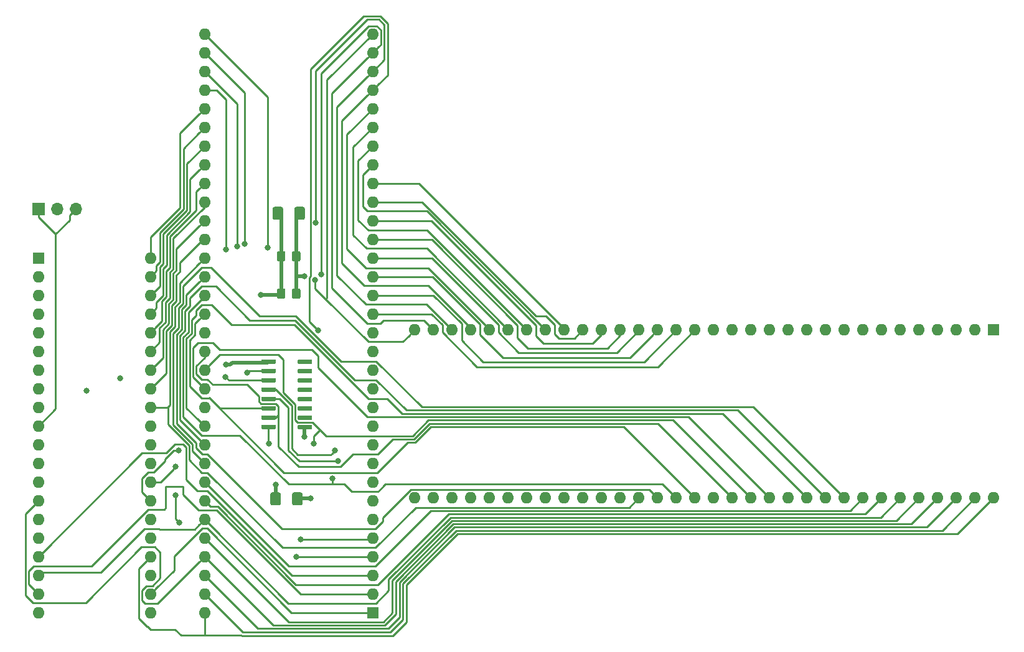
<source format=gbl>
G04 #@! TF.GenerationSoftware,KiCad,Pcbnew,(5.1.5)-3*
G04 #@! TF.CreationDate,2021-09-12T14:11:04+10:00*
G04 #@! TF.ProjectId,CDTV_Reromlocator_v3,43445456-5f52-4657-926f-6d6c6f636174,rev?*
G04 #@! TF.SameCoordinates,Original*
G04 #@! TF.FileFunction,Copper,L4,Bot*
G04 #@! TF.FilePolarity,Positive*
%FSLAX46Y46*%
G04 Gerber Fmt 4.6, Leading zero omitted, Abs format (unit mm)*
G04 Created by KiCad (PCBNEW (5.1.5)-3) date 2021-09-12 14:11:04*
%MOMM*%
%LPD*%
G04 APERTURE LIST*
%ADD10R,1.600000X1.600000*%
%ADD11O,1.600000X1.600000*%
%ADD12C,0.100000*%
%ADD13R,1.700000X1.700000*%
%ADD14O,1.700000X1.700000*%
%ADD15C,0.800000*%
%ADD16C,0.500000*%
%ADD17C,0.250000*%
G04 APERTURE END LIST*
D10*
X52182000Y-104540000D03*
D11*
X67422000Y-152800000D03*
X52182000Y-107080000D03*
X67422000Y-150260000D03*
X52182000Y-109620000D03*
X67422000Y-147720000D03*
X52182000Y-112160000D03*
X67422000Y-145180000D03*
X52182000Y-114700000D03*
X67422000Y-142640000D03*
X52182000Y-117240000D03*
X67422000Y-140100000D03*
X52182000Y-119780000D03*
X67422000Y-137560000D03*
X52182000Y-122320000D03*
X67422000Y-135020000D03*
X52182000Y-124860000D03*
X67422000Y-132480000D03*
X52182000Y-127400000D03*
X67422000Y-129940000D03*
X52182000Y-129940000D03*
X67422000Y-127400000D03*
X52182000Y-132480000D03*
X67422000Y-124860000D03*
X52182000Y-135020000D03*
X67422000Y-122320000D03*
X52182000Y-137560000D03*
X67422000Y-119780000D03*
X52182000Y-140100000D03*
X67422000Y-117240000D03*
X52182000Y-142640000D03*
X67422000Y-114700000D03*
X52182000Y-145180000D03*
X67422000Y-112160000D03*
X52182000Y-147720000D03*
X67422000Y-109620000D03*
X52182000Y-150260000D03*
X67422000Y-107080000D03*
X52182000Y-152800000D03*
X67422000Y-104540000D03*
G04 #@! TA.AperFunction,SMDPad,CuDef*
D12*
G36*
X85227504Y-97560204D02*
G01*
X85251773Y-97563804D01*
X85275571Y-97569765D01*
X85298671Y-97578030D01*
X85320849Y-97588520D01*
X85341893Y-97601133D01*
X85361598Y-97615747D01*
X85379777Y-97632223D01*
X85396253Y-97650402D01*
X85410867Y-97670107D01*
X85423480Y-97691151D01*
X85433970Y-97713329D01*
X85442235Y-97736429D01*
X85448196Y-97760227D01*
X85451796Y-97784496D01*
X85453000Y-97809000D01*
X85453000Y-99059000D01*
X85451796Y-99083504D01*
X85448196Y-99107773D01*
X85442235Y-99131571D01*
X85433970Y-99154671D01*
X85423480Y-99176849D01*
X85410867Y-99197893D01*
X85396253Y-99217598D01*
X85379777Y-99235777D01*
X85361598Y-99252253D01*
X85341893Y-99266867D01*
X85320849Y-99279480D01*
X85298671Y-99289970D01*
X85275571Y-99298235D01*
X85251773Y-99304196D01*
X85227504Y-99307796D01*
X85203000Y-99309000D01*
X84278000Y-99309000D01*
X84253496Y-99307796D01*
X84229227Y-99304196D01*
X84205429Y-99298235D01*
X84182329Y-99289970D01*
X84160151Y-99279480D01*
X84139107Y-99266867D01*
X84119402Y-99252253D01*
X84101223Y-99235777D01*
X84084747Y-99217598D01*
X84070133Y-99197893D01*
X84057520Y-99176849D01*
X84047030Y-99154671D01*
X84038765Y-99131571D01*
X84032804Y-99107773D01*
X84029204Y-99083504D01*
X84028000Y-99059000D01*
X84028000Y-97809000D01*
X84029204Y-97784496D01*
X84032804Y-97760227D01*
X84038765Y-97736429D01*
X84047030Y-97713329D01*
X84057520Y-97691151D01*
X84070133Y-97670107D01*
X84084747Y-97650402D01*
X84101223Y-97632223D01*
X84119402Y-97615747D01*
X84139107Y-97601133D01*
X84160151Y-97588520D01*
X84182329Y-97578030D01*
X84205429Y-97569765D01*
X84229227Y-97563804D01*
X84253496Y-97560204D01*
X84278000Y-97559000D01*
X85203000Y-97559000D01*
X85227504Y-97560204D01*
G37*
G04 #@! TD.AperFunction*
G04 #@! TA.AperFunction,SMDPad,CuDef*
G36*
X88202504Y-97560204D02*
G01*
X88226773Y-97563804D01*
X88250571Y-97569765D01*
X88273671Y-97578030D01*
X88295849Y-97588520D01*
X88316893Y-97601133D01*
X88336598Y-97615747D01*
X88354777Y-97632223D01*
X88371253Y-97650402D01*
X88385867Y-97670107D01*
X88398480Y-97691151D01*
X88408970Y-97713329D01*
X88417235Y-97736429D01*
X88423196Y-97760227D01*
X88426796Y-97784496D01*
X88428000Y-97809000D01*
X88428000Y-99059000D01*
X88426796Y-99083504D01*
X88423196Y-99107773D01*
X88417235Y-99131571D01*
X88408970Y-99154671D01*
X88398480Y-99176849D01*
X88385867Y-99197893D01*
X88371253Y-99217598D01*
X88354777Y-99235777D01*
X88336598Y-99252253D01*
X88316893Y-99266867D01*
X88295849Y-99279480D01*
X88273671Y-99289970D01*
X88250571Y-99298235D01*
X88226773Y-99304196D01*
X88202504Y-99307796D01*
X88178000Y-99309000D01*
X87253000Y-99309000D01*
X87228496Y-99307796D01*
X87204227Y-99304196D01*
X87180429Y-99298235D01*
X87157329Y-99289970D01*
X87135151Y-99279480D01*
X87114107Y-99266867D01*
X87094402Y-99252253D01*
X87076223Y-99235777D01*
X87059747Y-99217598D01*
X87045133Y-99197893D01*
X87032520Y-99176849D01*
X87022030Y-99154671D01*
X87013765Y-99131571D01*
X87007804Y-99107773D01*
X87004204Y-99083504D01*
X87003000Y-99059000D01*
X87003000Y-97809000D01*
X87004204Y-97784496D01*
X87007804Y-97760227D01*
X87013765Y-97736429D01*
X87022030Y-97713329D01*
X87032520Y-97691151D01*
X87045133Y-97670107D01*
X87059747Y-97650402D01*
X87076223Y-97632223D01*
X87094402Y-97615747D01*
X87114107Y-97601133D01*
X87135151Y-97588520D01*
X87157329Y-97578030D01*
X87180429Y-97569765D01*
X87204227Y-97563804D01*
X87228496Y-97560204D01*
X87253000Y-97559000D01*
X88178000Y-97559000D01*
X88202504Y-97560204D01*
G37*
G04 #@! TD.AperFunction*
G04 #@! TA.AperFunction,SMDPad,CuDef*
G36*
X85552505Y-103577204D02*
G01*
X85576773Y-103580804D01*
X85600572Y-103586765D01*
X85623671Y-103595030D01*
X85645850Y-103605520D01*
X85666893Y-103618132D01*
X85686599Y-103632747D01*
X85704777Y-103649223D01*
X85721253Y-103667401D01*
X85735868Y-103687107D01*
X85748480Y-103708150D01*
X85758970Y-103730329D01*
X85767235Y-103753428D01*
X85773196Y-103777227D01*
X85776796Y-103801495D01*
X85778000Y-103825999D01*
X85778000Y-104726001D01*
X85776796Y-104750505D01*
X85773196Y-104774773D01*
X85767235Y-104798572D01*
X85758970Y-104821671D01*
X85748480Y-104843850D01*
X85735868Y-104864893D01*
X85721253Y-104884599D01*
X85704777Y-104902777D01*
X85686599Y-104919253D01*
X85666893Y-104933868D01*
X85645850Y-104946480D01*
X85623671Y-104956970D01*
X85600572Y-104965235D01*
X85576773Y-104971196D01*
X85552505Y-104974796D01*
X85528001Y-104976000D01*
X84877999Y-104976000D01*
X84853495Y-104974796D01*
X84829227Y-104971196D01*
X84805428Y-104965235D01*
X84782329Y-104956970D01*
X84760150Y-104946480D01*
X84739107Y-104933868D01*
X84719401Y-104919253D01*
X84701223Y-104902777D01*
X84684747Y-104884599D01*
X84670132Y-104864893D01*
X84657520Y-104843850D01*
X84647030Y-104821671D01*
X84638765Y-104798572D01*
X84632804Y-104774773D01*
X84629204Y-104750505D01*
X84628000Y-104726001D01*
X84628000Y-103825999D01*
X84629204Y-103801495D01*
X84632804Y-103777227D01*
X84638765Y-103753428D01*
X84647030Y-103730329D01*
X84657520Y-103708150D01*
X84670132Y-103687107D01*
X84684747Y-103667401D01*
X84701223Y-103649223D01*
X84719401Y-103632747D01*
X84739107Y-103618132D01*
X84760150Y-103605520D01*
X84782329Y-103595030D01*
X84805428Y-103586765D01*
X84829227Y-103580804D01*
X84853495Y-103577204D01*
X84877999Y-103576000D01*
X85528001Y-103576000D01*
X85552505Y-103577204D01*
G37*
G04 #@! TD.AperFunction*
G04 #@! TA.AperFunction,SMDPad,CuDef*
G36*
X87602505Y-103577204D02*
G01*
X87626773Y-103580804D01*
X87650572Y-103586765D01*
X87673671Y-103595030D01*
X87695850Y-103605520D01*
X87716893Y-103618132D01*
X87736599Y-103632747D01*
X87754777Y-103649223D01*
X87771253Y-103667401D01*
X87785868Y-103687107D01*
X87798480Y-103708150D01*
X87808970Y-103730329D01*
X87817235Y-103753428D01*
X87823196Y-103777227D01*
X87826796Y-103801495D01*
X87828000Y-103825999D01*
X87828000Y-104726001D01*
X87826796Y-104750505D01*
X87823196Y-104774773D01*
X87817235Y-104798572D01*
X87808970Y-104821671D01*
X87798480Y-104843850D01*
X87785868Y-104864893D01*
X87771253Y-104884599D01*
X87754777Y-104902777D01*
X87736599Y-104919253D01*
X87716893Y-104933868D01*
X87695850Y-104946480D01*
X87673671Y-104956970D01*
X87650572Y-104965235D01*
X87626773Y-104971196D01*
X87602505Y-104974796D01*
X87578001Y-104976000D01*
X86927999Y-104976000D01*
X86903495Y-104974796D01*
X86879227Y-104971196D01*
X86855428Y-104965235D01*
X86832329Y-104956970D01*
X86810150Y-104946480D01*
X86789107Y-104933868D01*
X86769401Y-104919253D01*
X86751223Y-104902777D01*
X86734747Y-104884599D01*
X86720132Y-104864893D01*
X86707520Y-104843850D01*
X86697030Y-104821671D01*
X86688765Y-104798572D01*
X86682804Y-104774773D01*
X86679204Y-104750505D01*
X86678000Y-104726001D01*
X86678000Y-103825999D01*
X86679204Y-103801495D01*
X86682804Y-103777227D01*
X86688765Y-103753428D01*
X86697030Y-103730329D01*
X86707520Y-103708150D01*
X86720132Y-103687107D01*
X86734747Y-103667401D01*
X86751223Y-103649223D01*
X86769401Y-103632747D01*
X86789107Y-103618132D01*
X86810150Y-103605520D01*
X86832329Y-103595030D01*
X86855428Y-103586765D01*
X86879227Y-103580804D01*
X86903495Y-103577204D01*
X86927999Y-103576000D01*
X87578001Y-103576000D01*
X87602505Y-103577204D01*
G37*
G04 #@! TD.AperFunction*
G04 #@! TA.AperFunction,SMDPad,CuDef*
G36*
X87602505Y-108657204D02*
G01*
X87626773Y-108660804D01*
X87650572Y-108666765D01*
X87673671Y-108675030D01*
X87695850Y-108685520D01*
X87716893Y-108698132D01*
X87736599Y-108712747D01*
X87754777Y-108729223D01*
X87771253Y-108747401D01*
X87785868Y-108767107D01*
X87798480Y-108788150D01*
X87808970Y-108810329D01*
X87817235Y-108833428D01*
X87823196Y-108857227D01*
X87826796Y-108881495D01*
X87828000Y-108905999D01*
X87828000Y-109806001D01*
X87826796Y-109830505D01*
X87823196Y-109854773D01*
X87817235Y-109878572D01*
X87808970Y-109901671D01*
X87798480Y-109923850D01*
X87785868Y-109944893D01*
X87771253Y-109964599D01*
X87754777Y-109982777D01*
X87736599Y-109999253D01*
X87716893Y-110013868D01*
X87695850Y-110026480D01*
X87673671Y-110036970D01*
X87650572Y-110045235D01*
X87626773Y-110051196D01*
X87602505Y-110054796D01*
X87578001Y-110056000D01*
X86927999Y-110056000D01*
X86903495Y-110054796D01*
X86879227Y-110051196D01*
X86855428Y-110045235D01*
X86832329Y-110036970D01*
X86810150Y-110026480D01*
X86789107Y-110013868D01*
X86769401Y-109999253D01*
X86751223Y-109982777D01*
X86734747Y-109964599D01*
X86720132Y-109944893D01*
X86707520Y-109923850D01*
X86697030Y-109901671D01*
X86688765Y-109878572D01*
X86682804Y-109854773D01*
X86679204Y-109830505D01*
X86678000Y-109806001D01*
X86678000Y-108905999D01*
X86679204Y-108881495D01*
X86682804Y-108857227D01*
X86688765Y-108833428D01*
X86697030Y-108810329D01*
X86707520Y-108788150D01*
X86720132Y-108767107D01*
X86734747Y-108747401D01*
X86751223Y-108729223D01*
X86769401Y-108712747D01*
X86789107Y-108698132D01*
X86810150Y-108685520D01*
X86832329Y-108675030D01*
X86855428Y-108666765D01*
X86879227Y-108660804D01*
X86903495Y-108657204D01*
X86927999Y-108656000D01*
X87578001Y-108656000D01*
X87602505Y-108657204D01*
G37*
G04 #@! TD.AperFunction*
G04 #@! TA.AperFunction,SMDPad,CuDef*
G36*
X85552505Y-108657204D02*
G01*
X85576773Y-108660804D01*
X85600572Y-108666765D01*
X85623671Y-108675030D01*
X85645850Y-108685520D01*
X85666893Y-108698132D01*
X85686599Y-108712747D01*
X85704777Y-108729223D01*
X85721253Y-108747401D01*
X85735868Y-108767107D01*
X85748480Y-108788150D01*
X85758970Y-108810329D01*
X85767235Y-108833428D01*
X85773196Y-108857227D01*
X85776796Y-108881495D01*
X85778000Y-108905999D01*
X85778000Y-109806001D01*
X85776796Y-109830505D01*
X85773196Y-109854773D01*
X85767235Y-109878572D01*
X85758970Y-109901671D01*
X85748480Y-109923850D01*
X85735868Y-109944893D01*
X85721253Y-109964599D01*
X85704777Y-109982777D01*
X85686599Y-109999253D01*
X85666893Y-110013868D01*
X85645850Y-110026480D01*
X85623671Y-110036970D01*
X85600572Y-110045235D01*
X85576773Y-110051196D01*
X85552505Y-110054796D01*
X85528001Y-110056000D01*
X84877999Y-110056000D01*
X84853495Y-110054796D01*
X84829227Y-110051196D01*
X84805428Y-110045235D01*
X84782329Y-110036970D01*
X84760150Y-110026480D01*
X84739107Y-110013868D01*
X84719401Y-109999253D01*
X84701223Y-109982777D01*
X84684747Y-109964599D01*
X84670132Y-109944893D01*
X84657520Y-109923850D01*
X84647030Y-109901671D01*
X84638765Y-109878572D01*
X84632804Y-109854773D01*
X84629204Y-109830505D01*
X84628000Y-109806001D01*
X84628000Y-108905999D01*
X84629204Y-108881495D01*
X84632804Y-108857227D01*
X84638765Y-108833428D01*
X84647030Y-108810329D01*
X84657520Y-108788150D01*
X84670132Y-108767107D01*
X84684747Y-108747401D01*
X84701223Y-108729223D01*
X84719401Y-108712747D01*
X84739107Y-108698132D01*
X84760150Y-108685520D01*
X84782329Y-108675030D01*
X84805428Y-108666765D01*
X84829227Y-108660804D01*
X84853495Y-108657204D01*
X84877999Y-108656000D01*
X85528001Y-108656000D01*
X85552505Y-108657204D01*
G37*
G04 #@! TD.AperFunction*
G04 #@! TA.AperFunction,SMDPad,CuDef*
G36*
X87912004Y-136422204D02*
G01*
X87936273Y-136425804D01*
X87960071Y-136431765D01*
X87983171Y-136440030D01*
X88005349Y-136450520D01*
X88026393Y-136463133D01*
X88046098Y-136477747D01*
X88064277Y-136494223D01*
X88080753Y-136512402D01*
X88095367Y-136532107D01*
X88107980Y-136553151D01*
X88118470Y-136575329D01*
X88126735Y-136598429D01*
X88132696Y-136622227D01*
X88136296Y-136646496D01*
X88137500Y-136671000D01*
X88137500Y-137921000D01*
X88136296Y-137945504D01*
X88132696Y-137969773D01*
X88126735Y-137993571D01*
X88118470Y-138016671D01*
X88107980Y-138038849D01*
X88095367Y-138059893D01*
X88080753Y-138079598D01*
X88064277Y-138097777D01*
X88046098Y-138114253D01*
X88026393Y-138128867D01*
X88005349Y-138141480D01*
X87983171Y-138151970D01*
X87960071Y-138160235D01*
X87936273Y-138166196D01*
X87912004Y-138169796D01*
X87887500Y-138171000D01*
X86962500Y-138171000D01*
X86937996Y-138169796D01*
X86913727Y-138166196D01*
X86889929Y-138160235D01*
X86866829Y-138151970D01*
X86844651Y-138141480D01*
X86823607Y-138128867D01*
X86803902Y-138114253D01*
X86785723Y-138097777D01*
X86769247Y-138079598D01*
X86754633Y-138059893D01*
X86742020Y-138038849D01*
X86731530Y-138016671D01*
X86723265Y-137993571D01*
X86717304Y-137969773D01*
X86713704Y-137945504D01*
X86712500Y-137921000D01*
X86712500Y-136671000D01*
X86713704Y-136646496D01*
X86717304Y-136622227D01*
X86723265Y-136598429D01*
X86731530Y-136575329D01*
X86742020Y-136553151D01*
X86754633Y-136532107D01*
X86769247Y-136512402D01*
X86785723Y-136494223D01*
X86803902Y-136477747D01*
X86823607Y-136463133D01*
X86844651Y-136450520D01*
X86866829Y-136440030D01*
X86889929Y-136431765D01*
X86913727Y-136425804D01*
X86937996Y-136422204D01*
X86962500Y-136421000D01*
X87887500Y-136421000D01*
X87912004Y-136422204D01*
G37*
G04 #@! TD.AperFunction*
G04 #@! TA.AperFunction,SMDPad,CuDef*
G36*
X84937004Y-136422204D02*
G01*
X84961273Y-136425804D01*
X84985071Y-136431765D01*
X85008171Y-136440030D01*
X85030349Y-136450520D01*
X85051393Y-136463133D01*
X85071098Y-136477747D01*
X85089277Y-136494223D01*
X85105753Y-136512402D01*
X85120367Y-136532107D01*
X85132980Y-136553151D01*
X85143470Y-136575329D01*
X85151735Y-136598429D01*
X85157696Y-136622227D01*
X85161296Y-136646496D01*
X85162500Y-136671000D01*
X85162500Y-137921000D01*
X85161296Y-137945504D01*
X85157696Y-137969773D01*
X85151735Y-137993571D01*
X85143470Y-138016671D01*
X85132980Y-138038849D01*
X85120367Y-138059893D01*
X85105753Y-138079598D01*
X85089277Y-138097777D01*
X85071098Y-138114253D01*
X85051393Y-138128867D01*
X85030349Y-138141480D01*
X85008171Y-138151970D01*
X84985071Y-138160235D01*
X84961273Y-138166196D01*
X84937004Y-138169796D01*
X84912500Y-138171000D01*
X83987500Y-138171000D01*
X83962996Y-138169796D01*
X83938727Y-138166196D01*
X83914929Y-138160235D01*
X83891829Y-138151970D01*
X83869651Y-138141480D01*
X83848607Y-138128867D01*
X83828902Y-138114253D01*
X83810723Y-138097777D01*
X83794247Y-138079598D01*
X83779633Y-138059893D01*
X83767020Y-138038849D01*
X83756530Y-138016671D01*
X83748265Y-137993571D01*
X83742304Y-137969773D01*
X83738704Y-137945504D01*
X83737500Y-137921000D01*
X83737500Y-136671000D01*
X83738704Y-136646496D01*
X83742304Y-136622227D01*
X83748265Y-136598429D01*
X83756530Y-136575329D01*
X83767020Y-136553151D01*
X83779633Y-136532107D01*
X83794247Y-136512402D01*
X83810723Y-136494223D01*
X83828902Y-136477747D01*
X83848607Y-136463133D01*
X83869651Y-136450520D01*
X83891829Y-136440030D01*
X83914929Y-136431765D01*
X83938727Y-136425804D01*
X83962996Y-136422204D01*
X83987500Y-136421000D01*
X84912500Y-136421000D01*
X84937004Y-136422204D01*
G37*
G04 #@! TD.AperFunction*
D10*
X97658000Y-152790000D03*
D11*
X74798000Y-74050000D03*
X97658000Y-150250000D03*
X74798000Y-76590000D03*
X97658000Y-147710000D03*
X74798000Y-79130000D03*
X97658000Y-145170000D03*
X74798000Y-81670000D03*
X97658000Y-142630000D03*
X74798000Y-84210000D03*
X97658000Y-140090000D03*
X74798000Y-86750000D03*
X97658000Y-137550000D03*
X74798000Y-89290000D03*
X97658000Y-135010000D03*
X74798000Y-91830000D03*
X97658000Y-132470000D03*
X74798000Y-94370000D03*
X97658000Y-129930000D03*
X74798000Y-96910000D03*
X97658000Y-127390000D03*
X74798000Y-99450000D03*
X97658000Y-124850000D03*
X74798000Y-101990000D03*
X97658000Y-122310000D03*
X74798000Y-104530000D03*
X97658000Y-119770000D03*
X74798000Y-107070000D03*
X97658000Y-117230000D03*
X74798000Y-109610000D03*
X97658000Y-114690000D03*
X74798000Y-112150000D03*
X97658000Y-112150000D03*
X74798000Y-114690000D03*
X97658000Y-109610000D03*
X74798000Y-117230000D03*
X97658000Y-107070000D03*
X74798000Y-119770000D03*
X97658000Y-104530000D03*
X74798000Y-122310000D03*
X97658000Y-101990000D03*
X74798000Y-124850000D03*
X97658000Y-99450000D03*
X74798000Y-127390000D03*
X97658000Y-96910000D03*
X74798000Y-129930000D03*
X97658000Y-94370000D03*
X74798000Y-132470000D03*
X97658000Y-91830000D03*
X74798000Y-135010000D03*
X97658000Y-89290000D03*
X74798000Y-137550000D03*
X97658000Y-86750000D03*
X74798000Y-140090000D03*
X97658000Y-84210000D03*
X74798000Y-142630000D03*
X97658000Y-81670000D03*
X74798000Y-145170000D03*
X97658000Y-79130000D03*
X74798000Y-147710000D03*
X97658000Y-76590000D03*
X74798000Y-150250000D03*
X97658000Y-74050000D03*
X74798000Y-152790000D03*
D13*
X52200000Y-97860000D03*
D14*
X54740000Y-97860000D03*
X57280000Y-97860000D03*
G04 #@! TA.AperFunction,SMDPad,CuDef*
D12*
G36*
X84338703Y-127217722D02*
G01*
X84353264Y-127219882D01*
X84367543Y-127223459D01*
X84381403Y-127228418D01*
X84394710Y-127234712D01*
X84407336Y-127242280D01*
X84419159Y-127251048D01*
X84430066Y-127260934D01*
X84439952Y-127271841D01*
X84448720Y-127283664D01*
X84456288Y-127296290D01*
X84462582Y-127309597D01*
X84467541Y-127323457D01*
X84471118Y-127337736D01*
X84473278Y-127352297D01*
X84474000Y-127367000D01*
X84474000Y-127667000D01*
X84473278Y-127681703D01*
X84471118Y-127696264D01*
X84467541Y-127710543D01*
X84462582Y-127724403D01*
X84456288Y-127737710D01*
X84448720Y-127750336D01*
X84439952Y-127762159D01*
X84430066Y-127773066D01*
X84419159Y-127782952D01*
X84407336Y-127791720D01*
X84394710Y-127799288D01*
X84381403Y-127805582D01*
X84367543Y-127810541D01*
X84353264Y-127814118D01*
X84338703Y-127816278D01*
X84324000Y-127817000D01*
X82674000Y-127817000D01*
X82659297Y-127816278D01*
X82644736Y-127814118D01*
X82630457Y-127810541D01*
X82616597Y-127805582D01*
X82603290Y-127799288D01*
X82590664Y-127791720D01*
X82578841Y-127782952D01*
X82567934Y-127773066D01*
X82558048Y-127762159D01*
X82549280Y-127750336D01*
X82541712Y-127737710D01*
X82535418Y-127724403D01*
X82530459Y-127710543D01*
X82526882Y-127696264D01*
X82524722Y-127681703D01*
X82524000Y-127667000D01*
X82524000Y-127367000D01*
X82524722Y-127352297D01*
X82526882Y-127337736D01*
X82530459Y-127323457D01*
X82535418Y-127309597D01*
X82541712Y-127296290D01*
X82549280Y-127283664D01*
X82558048Y-127271841D01*
X82567934Y-127260934D01*
X82578841Y-127251048D01*
X82590664Y-127242280D01*
X82603290Y-127234712D01*
X82616597Y-127228418D01*
X82630457Y-127223459D01*
X82644736Y-127219882D01*
X82659297Y-127217722D01*
X82674000Y-127217000D01*
X84324000Y-127217000D01*
X84338703Y-127217722D01*
G37*
G04 #@! TD.AperFunction*
G04 #@! TA.AperFunction,SMDPad,CuDef*
G36*
X84338703Y-125947722D02*
G01*
X84353264Y-125949882D01*
X84367543Y-125953459D01*
X84381403Y-125958418D01*
X84394710Y-125964712D01*
X84407336Y-125972280D01*
X84419159Y-125981048D01*
X84430066Y-125990934D01*
X84439952Y-126001841D01*
X84448720Y-126013664D01*
X84456288Y-126026290D01*
X84462582Y-126039597D01*
X84467541Y-126053457D01*
X84471118Y-126067736D01*
X84473278Y-126082297D01*
X84474000Y-126097000D01*
X84474000Y-126397000D01*
X84473278Y-126411703D01*
X84471118Y-126426264D01*
X84467541Y-126440543D01*
X84462582Y-126454403D01*
X84456288Y-126467710D01*
X84448720Y-126480336D01*
X84439952Y-126492159D01*
X84430066Y-126503066D01*
X84419159Y-126512952D01*
X84407336Y-126521720D01*
X84394710Y-126529288D01*
X84381403Y-126535582D01*
X84367543Y-126540541D01*
X84353264Y-126544118D01*
X84338703Y-126546278D01*
X84324000Y-126547000D01*
X82674000Y-126547000D01*
X82659297Y-126546278D01*
X82644736Y-126544118D01*
X82630457Y-126540541D01*
X82616597Y-126535582D01*
X82603290Y-126529288D01*
X82590664Y-126521720D01*
X82578841Y-126512952D01*
X82567934Y-126503066D01*
X82558048Y-126492159D01*
X82549280Y-126480336D01*
X82541712Y-126467710D01*
X82535418Y-126454403D01*
X82530459Y-126440543D01*
X82526882Y-126426264D01*
X82524722Y-126411703D01*
X82524000Y-126397000D01*
X82524000Y-126097000D01*
X82524722Y-126082297D01*
X82526882Y-126067736D01*
X82530459Y-126053457D01*
X82535418Y-126039597D01*
X82541712Y-126026290D01*
X82549280Y-126013664D01*
X82558048Y-126001841D01*
X82567934Y-125990934D01*
X82578841Y-125981048D01*
X82590664Y-125972280D01*
X82603290Y-125964712D01*
X82616597Y-125958418D01*
X82630457Y-125953459D01*
X82644736Y-125949882D01*
X82659297Y-125947722D01*
X82674000Y-125947000D01*
X84324000Y-125947000D01*
X84338703Y-125947722D01*
G37*
G04 #@! TD.AperFunction*
G04 #@! TA.AperFunction,SMDPad,CuDef*
G36*
X84338703Y-124677722D02*
G01*
X84353264Y-124679882D01*
X84367543Y-124683459D01*
X84381403Y-124688418D01*
X84394710Y-124694712D01*
X84407336Y-124702280D01*
X84419159Y-124711048D01*
X84430066Y-124720934D01*
X84439952Y-124731841D01*
X84448720Y-124743664D01*
X84456288Y-124756290D01*
X84462582Y-124769597D01*
X84467541Y-124783457D01*
X84471118Y-124797736D01*
X84473278Y-124812297D01*
X84474000Y-124827000D01*
X84474000Y-125127000D01*
X84473278Y-125141703D01*
X84471118Y-125156264D01*
X84467541Y-125170543D01*
X84462582Y-125184403D01*
X84456288Y-125197710D01*
X84448720Y-125210336D01*
X84439952Y-125222159D01*
X84430066Y-125233066D01*
X84419159Y-125242952D01*
X84407336Y-125251720D01*
X84394710Y-125259288D01*
X84381403Y-125265582D01*
X84367543Y-125270541D01*
X84353264Y-125274118D01*
X84338703Y-125276278D01*
X84324000Y-125277000D01*
X82674000Y-125277000D01*
X82659297Y-125276278D01*
X82644736Y-125274118D01*
X82630457Y-125270541D01*
X82616597Y-125265582D01*
X82603290Y-125259288D01*
X82590664Y-125251720D01*
X82578841Y-125242952D01*
X82567934Y-125233066D01*
X82558048Y-125222159D01*
X82549280Y-125210336D01*
X82541712Y-125197710D01*
X82535418Y-125184403D01*
X82530459Y-125170543D01*
X82526882Y-125156264D01*
X82524722Y-125141703D01*
X82524000Y-125127000D01*
X82524000Y-124827000D01*
X82524722Y-124812297D01*
X82526882Y-124797736D01*
X82530459Y-124783457D01*
X82535418Y-124769597D01*
X82541712Y-124756290D01*
X82549280Y-124743664D01*
X82558048Y-124731841D01*
X82567934Y-124720934D01*
X82578841Y-124711048D01*
X82590664Y-124702280D01*
X82603290Y-124694712D01*
X82616597Y-124688418D01*
X82630457Y-124683459D01*
X82644736Y-124679882D01*
X82659297Y-124677722D01*
X82674000Y-124677000D01*
X84324000Y-124677000D01*
X84338703Y-124677722D01*
G37*
G04 #@! TD.AperFunction*
G04 #@! TA.AperFunction,SMDPad,CuDef*
G36*
X84338703Y-123407722D02*
G01*
X84353264Y-123409882D01*
X84367543Y-123413459D01*
X84381403Y-123418418D01*
X84394710Y-123424712D01*
X84407336Y-123432280D01*
X84419159Y-123441048D01*
X84430066Y-123450934D01*
X84439952Y-123461841D01*
X84448720Y-123473664D01*
X84456288Y-123486290D01*
X84462582Y-123499597D01*
X84467541Y-123513457D01*
X84471118Y-123527736D01*
X84473278Y-123542297D01*
X84474000Y-123557000D01*
X84474000Y-123857000D01*
X84473278Y-123871703D01*
X84471118Y-123886264D01*
X84467541Y-123900543D01*
X84462582Y-123914403D01*
X84456288Y-123927710D01*
X84448720Y-123940336D01*
X84439952Y-123952159D01*
X84430066Y-123963066D01*
X84419159Y-123972952D01*
X84407336Y-123981720D01*
X84394710Y-123989288D01*
X84381403Y-123995582D01*
X84367543Y-124000541D01*
X84353264Y-124004118D01*
X84338703Y-124006278D01*
X84324000Y-124007000D01*
X82674000Y-124007000D01*
X82659297Y-124006278D01*
X82644736Y-124004118D01*
X82630457Y-124000541D01*
X82616597Y-123995582D01*
X82603290Y-123989288D01*
X82590664Y-123981720D01*
X82578841Y-123972952D01*
X82567934Y-123963066D01*
X82558048Y-123952159D01*
X82549280Y-123940336D01*
X82541712Y-123927710D01*
X82535418Y-123914403D01*
X82530459Y-123900543D01*
X82526882Y-123886264D01*
X82524722Y-123871703D01*
X82524000Y-123857000D01*
X82524000Y-123557000D01*
X82524722Y-123542297D01*
X82526882Y-123527736D01*
X82530459Y-123513457D01*
X82535418Y-123499597D01*
X82541712Y-123486290D01*
X82549280Y-123473664D01*
X82558048Y-123461841D01*
X82567934Y-123450934D01*
X82578841Y-123441048D01*
X82590664Y-123432280D01*
X82603290Y-123424712D01*
X82616597Y-123418418D01*
X82630457Y-123413459D01*
X82644736Y-123409882D01*
X82659297Y-123407722D01*
X82674000Y-123407000D01*
X84324000Y-123407000D01*
X84338703Y-123407722D01*
G37*
G04 #@! TD.AperFunction*
G04 #@! TA.AperFunction,SMDPad,CuDef*
G36*
X84338703Y-122137722D02*
G01*
X84353264Y-122139882D01*
X84367543Y-122143459D01*
X84381403Y-122148418D01*
X84394710Y-122154712D01*
X84407336Y-122162280D01*
X84419159Y-122171048D01*
X84430066Y-122180934D01*
X84439952Y-122191841D01*
X84448720Y-122203664D01*
X84456288Y-122216290D01*
X84462582Y-122229597D01*
X84467541Y-122243457D01*
X84471118Y-122257736D01*
X84473278Y-122272297D01*
X84474000Y-122287000D01*
X84474000Y-122587000D01*
X84473278Y-122601703D01*
X84471118Y-122616264D01*
X84467541Y-122630543D01*
X84462582Y-122644403D01*
X84456288Y-122657710D01*
X84448720Y-122670336D01*
X84439952Y-122682159D01*
X84430066Y-122693066D01*
X84419159Y-122702952D01*
X84407336Y-122711720D01*
X84394710Y-122719288D01*
X84381403Y-122725582D01*
X84367543Y-122730541D01*
X84353264Y-122734118D01*
X84338703Y-122736278D01*
X84324000Y-122737000D01*
X82674000Y-122737000D01*
X82659297Y-122736278D01*
X82644736Y-122734118D01*
X82630457Y-122730541D01*
X82616597Y-122725582D01*
X82603290Y-122719288D01*
X82590664Y-122711720D01*
X82578841Y-122702952D01*
X82567934Y-122693066D01*
X82558048Y-122682159D01*
X82549280Y-122670336D01*
X82541712Y-122657710D01*
X82535418Y-122644403D01*
X82530459Y-122630543D01*
X82526882Y-122616264D01*
X82524722Y-122601703D01*
X82524000Y-122587000D01*
X82524000Y-122287000D01*
X82524722Y-122272297D01*
X82526882Y-122257736D01*
X82530459Y-122243457D01*
X82535418Y-122229597D01*
X82541712Y-122216290D01*
X82549280Y-122203664D01*
X82558048Y-122191841D01*
X82567934Y-122180934D01*
X82578841Y-122171048D01*
X82590664Y-122162280D01*
X82603290Y-122154712D01*
X82616597Y-122148418D01*
X82630457Y-122143459D01*
X82644736Y-122139882D01*
X82659297Y-122137722D01*
X82674000Y-122137000D01*
X84324000Y-122137000D01*
X84338703Y-122137722D01*
G37*
G04 #@! TD.AperFunction*
G04 #@! TA.AperFunction,SMDPad,CuDef*
G36*
X84338703Y-120867722D02*
G01*
X84353264Y-120869882D01*
X84367543Y-120873459D01*
X84381403Y-120878418D01*
X84394710Y-120884712D01*
X84407336Y-120892280D01*
X84419159Y-120901048D01*
X84430066Y-120910934D01*
X84439952Y-120921841D01*
X84448720Y-120933664D01*
X84456288Y-120946290D01*
X84462582Y-120959597D01*
X84467541Y-120973457D01*
X84471118Y-120987736D01*
X84473278Y-121002297D01*
X84474000Y-121017000D01*
X84474000Y-121317000D01*
X84473278Y-121331703D01*
X84471118Y-121346264D01*
X84467541Y-121360543D01*
X84462582Y-121374403D01*
X84456288Y-121387710D01*
X84448720Y-121400336D01*
X84439952Y-121412159D01*
X84430066Y-121423066D01*
X84419159Y-121432952D01*
X84407336Y-121441720D01*
X84394710Y-121449288D01*
X84381403Y-121455582D01*
X84367543Y-121460541D01*
X84353264Y-121464118D01*
X84338703Y-121466278D01*
X84324000Y-121467000D01*
X82674000Y-121467000D01*
X82659297Y-121466278D01*
X82644736Y-121464118D01*
X82630457Y-121460541D01*
X82616597Y-121455582D01*
X82603290Y-121449288D01*
X82590664Y-121441720D01*
X82578841Y-121432952D01*
X82567934Y-121423066D01*
X82558048Y-121412159D01*
X82549280Y-121400336D01*
X82541712Y-121387710D01*
X82535418Y-121374403D01*
X82530459Y-121360543D01*
X82526882Y-121346264D01*
X82524722Y-121331703D01*
X82524000Y-121317000D01*
X82524000Y-121017000D01*
X82524722Y-121002297D01*
X82526882Y-120987736D01*
X82530459Y-120973457D01*
X82535418Y-120959597D01*
X82541712Y-120946290D01*
X82549280Y-120933664D01*
X82558048Y-120921841D01*
X82567934Y-120910934D01*
X82578841Y-120901048D01*
X82590664Y-120892280D01*
X82603290Y-120884712D01*
X82616597Y-120878418D01*
X82630457Y-120873459D01*
X82644736Y-120869882D01*
X82659297Y-120867722D01*
X82674000Y-120867000D01*
X84324000Y-120867000D01*
X84338703Y-120867722D01*
G37*
G04 #@! TD.AperFunction*
G04 #@! TA.AperFunction,SMDPad,CuDef*
G36*
X84338703Y-119597722D02*
G01*
X84353264Y-119599882D01*
X84367543Y-119603459D01*
X84381403Y-119608418D01*
X84394710Y-119614712D01*
X84407336Y-119622280D01*
X84419159Y-119631048D01*
X84430066Y-119640934D01*
X84439952Y-119651841D01*
X84448720Y-119663664D01*
X84456288Y-119676290D01*
X84462582Y-119689597D01*
X84467541Y-119703457D01*
X84471118Y-119717736D01*
X84473278Y-119732297D01*
X84474000Y-119747000D01*
X84474000Y-120047000D01*
X84473278Y-120061703D01*
X84471118Y-120076264D01*
X84467541Y-120090543D01*
X84462582Y-120104403D01*
X84456288Y-120117710D01*
X84448720Y-120130336D01*
X84439952Y-120142159D01*
X84430066Y-120153066D01*
X84419159Y-120162952D01*
X84407336Y-120171720D01*
X84394710Y-120179288D01*
X84381403Y-120185582D01*
X84367543Y-120190541D01*
X84353264Y-120194118D01*
X84338703Y-120196278D01*
X84324000Y-120197000D01*
X82674000Y-120197000D01*
X82659297Y-120196278D01*
X82644736Y-120194118D01*
X82630457Y-120190541D01*
X82616597Y-120185582D01*
X82603290Y-120179288D01*
X82590664Y-120171720D01*
X82578841Y-120162952D01*
X82567934Y-120153066D01*
X82558048Y-120142159D01*
X82549280Y-120130336D01*
X82541712Y-120117710D01*
X82535418Y-120104403D01*
X82530459Y-120090543D01*
X82526882Y-120076264D01*
X82524722Y-120061703D01*
X82524000Y-120047000D01*
X82524000Y-119747000D01*
X82524722Y-119732297D01*
X82526882Y-119717736D01*
X82530459Y-119703457D01*
X82535418Y-119689597D01*
X82541712Y-119676290D01*
X82549280Y-119663664D01*
X82558048Y-119651841D01*
X82567934Y-119640934D01*
X82578841Y-119631048D01*
X82590664Y-119622280D01*
X82603290Y-119614712D01*
X82616597Y-119608418D01*
X82630457Y-119603459D01*
X82644736Y-119599882D01*
X82659297Y-119597722D01*
X82674000Y-119597000D01*
X84324000Y-119597000D01*
X84338703Y-119597722D01*
G37*
G04 #@! TD.AperFunction*
G04 #@! TA.AperFunction,SMDPad,CuDef*
G36*
X84338703Y-118327722D02*
G01*
X84353264Y-118329882D01*
X84367543Y-118333459D01*
X84381403Y-118338418D01*
X84394710Y-118344712D01*
X84407336Y-118352280D01*
X84419159Y-118361048D01*
X84430066Y-118370934D01*
X84439952Y-118381841D01*
X84448720Y-118393664D01*
X84456288Y-118406290D01*
X84462582Y-118419597D01*
X84467541Y-118433457D01*
X84471118Y-118447736D01*
X84473278Y-118462297D01*
X84474000Y-118477000D01*
X84474000Y-118777000D01*
X84473278Y-118791703D01*
X84471118Y-118806264D01*
X84467541Y-118820543D01*
X84462582Y-118834403D01*
X84456288Y-118847710D01*
X84448720Y-118860336D01*
X84439952Y-118872159D01*
X84430066Y-118883066D01*
X84419159Y-118892952D01*
X84407336Y-118901720D01*
X84394710Y-118909288D01*
X84381403Y-118915582D01*
X84367543Y-118920541D01*
X84353264Y-118924118D01*
X84338703Y-118926278D01*
X84324000Y-118927000D01*
X82674000Y-118927000D01*
X82659297Y-118926278D01*
X82644736Y-118924118D01*
X82630457Y-118920541D01*
X82616597Y-118915582D01*
X82603290Y-118909288D01*
X82590664Y-118901720D01*
X82578841Y-118892952D01*
X82567934Y-118883066D01*
X82558048Y-118872159D01*
X82549280Y-118860336D01*
X82541712Y-118847710D01*
X82535418Y-118834403D01*
X82530459Y-118820543D01*
X82526882Y-118806264D01*
X82524722Y-118791703D01*
X82524000Y-118777000D01*
X82524000Y-118477000D01*
X82524722Y-118462297D01*
X82526882Y-118447736D01*
X82530459Y-118433457D01*
X82535418Y-118419597D01*
X82541712Y-118406290D01*
X82549280Y-118393664D01*
X82558048Y-118381841D01*
X82567934Y-118370934D01*
X82578841Y-118361048D01*
X82590664Y-118352280D01*
X82603290Y-118344712D01*
X82616597Y-118338418D01*
X82630457Y-118333459D01*
X82644736Y-118329882D01*
X82659297Y-118327722D01*
X82674000Y-118327000D01*
X84324000Y-118327000D01*
X84338703Y-118327722D01*
G37*
G04 #@! TD.AperFunction*
G04 #@! TA.AperFunction,SMDPad,CuDef*
G36*
X89288703Y-118327722D02*
G01*
X89303264Y-118329882D01*
X89317543Y-118333459D01*
X89331403Y-118338418D01*
X89344710Y-118344712D01*
X89357336Y-118352280D01*
X89369159Y-118361048D01*
X89380066Y-118370934D01*
X89389952Y-118381841D01*
X89398720Y-118393664D01*
X89406288Y-118406290D01*
X89412582Y-118419597D01*
X89417541Y-118433457D01*
X89421118Y-118447736D01*
X89423278Y-118462297D01*
X89424000Y-118477000D01*
X89424000Y-118777000D01*
X89423278Y-118791703D01*
X89421118Y-118806264D01*
X89417541Y-118820543D01*
X89412582Y-118834403D01*
X89406288Y-118847710D01*
X89398720Y-118860336D01*
X89389952Y-118872159D01*
X89380066Y-118883066D01*
X89369159Y-118892952D01*
X89357336Y-118901720D01*
X89344710Y-118909288D01*
X89331403Y-118915582D01*
X89317543Y-118920541D01*
X89303264Y-118924118D01*
X89288703Y-118926278D01*
X89274000Y-118927000D01*
X87624000Y-118927000D01*
X87609297Y-118926278D01*
X87594736Y-118924118D01*
X87580457Y-118920541D01*
X87566597Y-118915582D01*
X87553290Y-118909288D01*
X87540664Y-118901720D01*
X87528841Y-118892952D01*
X87517934Y-118883066D01*
X87508048Y-118872159D01*
X87499280Y-118860336D01*
X87491712Y-118847710D01*
X87485418Y-118834403D01*
X87480459Y-118820543D01*
X87476882Y-118806264D01*
X87474722Y-118791703D01*
X87474000Y-118777000D01*
X87474000Y-118477000D01*
X87474722Y-118462297D01*
X87476882Y-118447736D01*
X87480459Y-118433457D01*
X87485418Y-118419597D01*
X87491712Y-118406290D01*
X87499280Y-118393664D01*
X87508048Y-118381841D01*
X87517934Y-118370934D01*
X87528841Y-118361048D01*
X87540664Y-118352280D01*
X87553290Y-118344712D01*
X87566597Y-118338418D01*
X87580457Y-118333459D01*
X87594736Y-118329882D01*
X87609297Y-118327722D01*
X87624000Y-118327000D01*
X89274000Y-118327000D01*
X89288703Y-118327722D01*
G37*
G04 #@! TD.AperFunction*
G04 #@! TA.AperFunction,SMDPad,CuDef*
G36*
X89288703Y-119597722D02*
G01*
X89303264Y-119599882D01*
X89317543Y-119603459D01*
X89331403Y-119608418D01*
X89344710Y-119614712D01*
X89357336Y-119622280D01*
X89369159Y-119631048D01*
X89380066Y-119640934D01*
X89389952Y-119651841D01*
X89398720Y-119663664D01*
X89406288Y-119676290D01*
X89412582Y-119689597D01*
X89417541Y-119703457D01*
X89421118Y-119717736D01*
X89423278Y-119732297D01*
X89424000Y-119747000D01*
X89424000Y-120047000D01*
X89423278Y-120061703D01*
X89421118Y-120076264D01*
X89417541Y-120090543D01*
X89412582Y-120104403D01*
X89406288Y-120117710D01*
X89398720Y-120130336D01*
X89389952Y-120142159D01*
X89380066Y-120153066D01*
X89369159Y-120162952D01*
X89357336Y-120171720D01*
X89344710Y-120179288D01*
X89331403Y-120185582D01*
X89317543Y-120190541D01*
X89303264Y-120194118D01*
X89288703Y-120196278D01*
X89274000Y-120197000D01*
X87624000Y-120197000D01*
X87609297Y-120196278D01*
X87594736Y-120194118D01*
X87580457Y-120190541D01*
X87566597Y-120185582D01*
X87553290Y-120179288D01*
X87540664Y-120171720D01*
X87528841Y-120162952D01*
X87517934Y-120153066D01*
X87508048Y-120142159D01*
X87499280Y-120130336D01*
X87491712Y-120117710D01*
X87485418Y-120104403D01*
X87480459Y-120090543D01*
X87476882Y-120076264D01*
X87474722Y-120061703D01*
X87474000Y-120047000D01*
X87474000Y-119747000D01*
X87474722Y-119732297D01*
X87476882Y-119717736D01*
X87480459Y-119703457D01*
X87485418Y-119689597D01*
X87491712Y-119676290D01*
X87499280Y-119663664D01*
X87508048Y-119651841D01*
X87517934Y-119640934D01*
X87528841Y-119631048D01*
X87540664Y-119622280D01*
X87553290Y-119614712D01*
X87566597Y-119608418D01*
X87580457Y-119603459D01*
X87594736Y-119599882D01*
X87609297Y-119597722D01*
X87624000Y-119597000D01*
X89274000Y-119597000D01*
X89288703Y-119597722D01*
G37*
G04 #@! TD.AperFunction*
G04 #@! TA.AperFunction,SMDPad,CuDef*
G36*
X89288703Y-120867722D02*
G01*
X89303264Y-120869882D01*
X89317543Y-120873459D01*
X89331403Y-120878418D01*
X89344710Y-120884712D01*
X89357336Y-120892280D01*
X89369159Y-120901048D01*
X89380066Y-120910934D01*
X89389952Y-120921841D01*
X89398720Y-120933664D01*
X89406288Y-120946290D01*
X89412582Y-120959597D01*
X89417541Y-120973457D01*
X89421118Y-120987736D01*
X89423278Y-121002297D01*
X89424000Y-121017000D01*
X89424000Y-121317000D01*
X89423278Y-121331703D01*
X89421118Y-121346264D01*
X89417541Y-121360543D01*
X89412582Y-121374403D01*
X89406288Y-121387710D01*
X89398720Y-121400336D01*
X89389952Y-121412159D01*
X89380066Y-121423066D01*
X89369159Y-121432952D01*
X89357336Y-121441720D01*
X89344710Y-121449288D01*
X89331403Y-121455582D01*
X89317543Y-121460541D01*
X89303264Y-121464118D01*
X89288703Y-121466278D01*
X89274000Y-121467000D01*
X87624000Y-121467000D01*
X87609297Y-121466278D01*
X87594736Y-121464118D01*
X87580457Y-121460541D01*
X87566597Y-121455582D01*
X87553290Y-121449288D01*
X87540664Y-121441720D01*
X87528841Y-121432952D01*
X87517934Y-121423066D01*
X87508048Y-121412159D01*
X87499280Y-121400336D01*
X87491712Y-121387710D01*
X87485418Y-121374403D01*
X87480459Y-121360543D01*
X87476882Y-121346264D01*
X87474722Y-121331703D01*
X87474000Y-121317000D01*
X87474000Y-121017000D01*
X87474722Y-121002297D01*
X87476882Y-120987736D01*
X87480459Y-120973457D01*
X87485418Y-120959597D01*
X87491712Y-120946290D01*
X87499280Y-120933664D01*
X87508048Y-120921841D01*
X87517934Y-120910934D01*
X87528841Y-120901048D01*
X87540664Y-120892280D01*
X87553290Y-120884712D01*
X87566597Y-120878418D01*
X87580457Y-120873459D01*
X87594736Y-120869882D01*
X87609297Y-120867722D01*
X87624000Y-120867000D01*
X89274000Y-120867000D01*
X89288703Y-120867722D01*
G37*
G04 #@! TD.AperFunction*
G04 #@! TA.AperFunction,SMDPad,CuDef*
G36*
X89288703Y-122137722D02*
G01*
X89303264Y-122139882D01*
X89317543Y-122143459D01*
X89331403Y-122148418D01*
X89344710Y-122154712D01*
X89357336Y-122162280D01*
X89369159Y-122171048D01*
X89380066Y-122180934D01*
X89389952Y-122191841D01*
X89398720Y-122203664D01*
X89406288Y-122216290D01*
X89412582Y-122229597D01*
X89417541Y-122243457D01*
X89421118Y-122257736D01*
X89423278Y-122272297D01*
X89424000Y-122287000D01*
X89424000Y-122587000D01*
X89423278Y-122601703D01*
X89421118Y-122616264D01*
X89417541Y-122630543D01*
X89412582Y-122644403D01*
X89406288Y-122657710D01*
X89398720Y-122670336D01*
X89389952Y-122682159D01*
X89380066Y-122693066D01*
X89369159Y-122702952D01*
X89357336Y-122711720D01*
X89344710Y-122719288D01*
X89331403Y-122725582D01*
X89317543Y-122730541D01*
X89303264Y-122734118D01*
X89288703Y-122736278D01*
X89274000Y-122737000D01*
X87624000Y-122737000D01*
X87609297Y-122736278D01*
X87594736Y-122734118D01*
X87580457Y-122730541D01*
X87566597Y-122725582D01*
X87553290Y-122719288D01*
X87540664Y-122711720D01*
X87528841Y-122702952D01*
X87517934Y-122693066D01*
X87508048Y-122682159D01*
X87499280Y-122670336D01*
X87491712Y-122657710D01*
X87485418Y-122644403D01*
X87480459Y-122630543D01*
X87476882Y-122616264D01*
X87474722Y-122601703D01*
X87474000Y-122587000D01*
X87474000Y-122287000D01*
X87474722Y-122272297D01*
X87476882Y-122257736D01*
X87480459Y-122243457D01*
X87485418Y-122229597D01*
X87491712Y-122216290D01*
X87499280Y-122203664D01*
X87508048Y-122191841D01*
X87517934Y-122180934D01*
X87528841Y-122171048D01*
X87540664Y-122162280D01*
X87553290Y-122154712D01*
X87566597Y-122148418D01*
X87580457Y-122143459D01*
X87594736Y-122139882D01*
X87609297Y-122137722D01*
X87624000Y-122137000D01*
X89274000Y-122137000D01*
X89288703Y-122137722D01*
G37*
G04 #@! TD.AperFunction*
G04 #@! TA.AperFunction,SMDPad,CuDef*
G36*
X89288703Y-123407722D02*
G01*
X89303264Y-123409882D01*
X89317543Y-123413459D01*
X89331403Y-123418418D01*
X89344710Y-123424712D01*
X89357336Y-123432280D01*
X89369159Y-123441048D01*
X89380066Y-123450934D01*
X89389952Y-123461841D01*
X89398720Y-123473664D01*
X89406288Y-123486290D01*
X89412582Y-123499597D01*
X89417541Y-123513457D01*
X89421118Y-123527736D01*
X89423278Y-123542297D01*
X89424000Y-123557000D01*
X89424000Y-123857000D01*
X89423278Y-123871703D01*
X89421118Y-123886264D01*
X89417541Y-123900543D01*
X89412582Y-123914403D01*
X89406288Y-123927710D01*
X89398720Y-123940336D01*
X89389952Y-123952159D01*
X89380066Y-123963066D01*
X89369159Y-123972952D01*
X89357336Y-123981720D01*
X89344710Y-123989288D01*
X89331403Y-123995582D01*
X89317543Y-124000541D01*
X89303264Y-124004118D01*
X89288703Y-124006278D01*
X89274000Y-124007000D01*
X87624000Y-124007000D01*
X87609297Y-124006278D01*
X87594736Y-124004118D01*
X87580457Y-124000541D01*
X87566597Y-123995582D01*
X87553290Y-123989288D01*
X87540664Y-123981720D01*
X87528841Y-123972952D01*
X87517934Y-123963066D01*
X87508048Y-123952159D01*
X87499280Y-123940336D01*
X87491712Y-123927710D01*
X87485418Y-123914403D01*
X87480459Y-123900543D01*
X87476882Y-123886264D01*
X87474722Y-123871703D01*
X87474000Y-123857000D01*
X87474000Y-123557000D01*
X87474722Y-123542297D01*
X87476882Y-123527736D01*
X87480459Y-123513457D01*
X87485418Y-123499597D01*
X87491712Y-123486290D01*
X87499280Y-123473664D01*
X87508048Y-123461841D01*
X87517934Y-123450934D01*
X87528841Y-123441048D01*
X87540664Y-123432280D01*
X87553290Y-123424712D01*
X87566597Y-123418418D01*
X87580457Y-123413459D01*
X87594736Y-123409882D01*
X87609297Y-123407722D01*
X87624000Y-123407000D01*
X89274000Y-123407000D01*
X89288703Y-123407722D01*
G37*
G04 #@! TD.AperFunction*
G04 #@! TA.AperFunction,SMDPad,CuDef*
G36*
X89288703Y-124677722D02*
G01*
X89303264Y-124679882D01*
X89317543Y-124683459D01*
X89331403Y-124688418D01*
X89344710Y-124694712D01*
X89357336Y-124702280D01*
X89369159Y-124711048D01*
X89380066Y-124720934D01*
X89389952Y-124731841D01*
X89398720Y-124743664D01*
X89406288Y-124756290D01*
X89412582Y-124769597D01*
X89417541Y-124783457D01*
X89421118Y-124797736D01*
X89423278Y-124812297D01*
X89424000Y-124827000D01*
X89424000Y-125127000D01*
X89423278Y-125141703D01*
X89421118Y-125156264D01*
X89417541Y-125170543D01*
X89412582Y-125184403D01*
X89406288Y-125197710D01*
X89398720Y-125210336D01*
X89389952Y-125222159D01*
X89380066Y-125233066D01*
X89369159Y-125242952D01*
X89357336Y-125251720D01*
X89344710Y-125259288D01*
X89331403Y-125265582D01*
X89317543Y-125270541D01*
X89303264Y-125274118D01*
X89288703Y-125276278D01*
X89274000Y-125277000D01*
X87624000Y-125277000D01*
X87609297Y-125276278D01*
X87594736Y-125274118D01*
X87580457Y-125270541D01*
X87566597Y-125265582D01*
X87553290Y-125259288D01*
X87540664Y-125251720D01*
X87528841Y-125242952D01*
X87517934Y-125233066D01*
X87508048Y-125222159D01*
X87499280Y-125210336D01*
X87491712Y-125197710D01*
X87485418Y-125184403D01*
X87480459Y-125170543D01*
X87476882Y-125156264D01*
X87474722Y-125141703D01*
X87474000Y-125127000D01*
X87474000Y-124827000D01*
X87474722Y-124812297D01*
X87476882Y-124797736D01*
X87480459Y-124783457D01*
X87485418Y-124769597D01*
X87491712Y-124756290D01*
X87499280Y-124743664D01*
X87508048Y-124731841D01*
X87517934Y-124720934D01*
X87528841Y-124711048D01*
X87540664Y-124702280D01*
X87553290Y-124694712D01*
X87566597Y-124688418D01*
X87580457Y-124683459D01*
X87594736Y-124679882D01*
X87609297Y-124677722D01*
X87624000Y-124677000D01*
X89274000Y-124677000D01*
X89288703Y-124677722D01*
G37*
G04 #@! TD.AperFunction*
G04 #@! TA.AperFunction,SMDPad,CuDef*
G36*
X89288703Y-125947722D02*
G01*
X89303264Y-125949882D01*
X89317543Y-125953459D01*
X89331403Y-125958418D01*
X89344710Y-125964712D01*
X89357336Y-125972280D01*
X89369159Y-125981048D01*
X89380066Y-125990934D01*
X89389952Y-126001841D01*
X89398720Y-126013664D01*
X89406288Y-126026290D01*
X89412582Y-126039597D01*
X89417541Y-126053457D01*
X89421118Y-126067736D01*
X89423278Y-126082297D01*
X89424000Y-126097000D01*
X89424000Y-126397000D01*
X89423278Y-126411703D01*
X89421118Y-126426264D01*
X89417541Y-126440543D01*
X89412582Y-126454403D01*
X89406288Y-126467710D01*
X89398720Y-126480336D01*
X89389952Y-126492159D01*
X89380066Y-126503066D01*
X89369159Y-126512952D01*
X89357336Y-126521720D01*
X89344710Y-126529288D01*
X89331403Y-126535582D01*
X89317543Y-126540541D01*
X89303264Y-126544118D01*
X89288703Y-126546278D01*
X89274000Y-126547000D01*
X87624000Y-126547000D01*
X87609297Y-126546278D01*
X87594736Y-126544118D01*
X87580457Y-126540541D01*
X87566597Y-126535582D01*
X87553290Y-126529288D01*
X87540664Y-126521720D01*
X87528841Y-126512952D01*
X87517934Y-126503066D01*
X87508048Y-126492159D01*
X87499280Y-126480336D01*
X87491712Y-126467710D01*
X87485418Y-126454403D01*
X87480459Y-126440543D01*
X87476882Y-126426264D01*
X87474722Y-126411703D01*
X87474000Y-126397000D01*
X87474000Y-126097000D01*
X87474722Y-126082297D01*
X87476882Y-126067736D01*
X87480459Y-126053457D01*
X87485418Y-126039597D01*
X87491712Y-126026290D01*
X87499280Y-126013664D01*
X87508048Y-126001841D01*
X87517934Y-125990934D01*
X87528841Y-125981048D01*
X87540664Y-125972280D01*
X87553290Y-125964712D01*
X87566597Y-125958418D01*
X87580457Y-125953459D01*
X87594736Y-125949882D01*
X87609297Y-125947722D01*
X87624000Y-125947000D01*
X89274000Y-125947000D01*
X89288703Y-125947722D01*
G37*
G04 #@! TD.AperFunction*
G04 #@! TA.AperFunction,SMDPad,CuDef*
G36*
X89288703Y-127217722D02*
G01*
X89303264Y-127219882D01*
X89317543Y-127223459D01*
X89331403Y-127228418D01*
X89344710Y-127234712D01*
X89357336Y-127242280D01*
X89369159Y-127251048D01*
X89380066Y-127260934D01*
X89389952Y-127271841D01*
X89398720Y-127283664D01*
X89406288Y-127296290D01*
X89412582Y-127309597D01*
X89417541Y-127323457D01*
X89421118Y-127337736D01*
X89423278Y-127352297D01*
X89424000Y-127367000D01*
X89424000Y-127667000D01*
X89423278Y-127681703D01*
X89421118Y-127696264D01*
X89417541Y-127710543D01*
X89412582Y-127724403D01*
X89406288Y-127737710D01*
X89398720Y-127750336D01*
X89389952Y-127762159D01*
X89380066Y-127773066D01*
X89369159Y-127782952D01*
X89357336Y-127791720D01*
X89344710Y-127799288D01*
X89331403Y-127805582D01*
X89317543Y-127810541D01*
X89303264Y-127814118D01*
X89288703Y-127816278D01*
X89274000Y-127817000D01*
X87624000Y-127817000D01*
X87609297Y-127816278D01*
X87594736Y-127814118D01*
X87580457Y-127810541D01*
X87566597Y-127805582D01*
X87553290Y-127799288D01*
X87540664Y-127791720D01*
X87528841Y-127782952D01*
X87517934Y-127773066D01*
X87508048Y-127762159D01*
X87499280Y-127750336D01*
X87491712Y-127737710D01*
X87485418Y-127724403D01*
X87480459Y-127710543D01*
X87476882Y-127696264D01*
X87474722Y-127681703D01*
X87474000Y-127667000D01*
X87474000Y-127367000D01*
X87474722Y-127352297D01*
X87476882Y-127337736D01*
X87480459Y-127323457D01*
X87485418Y-127309597D01*
X87491712Y-127296290D01*
X87499280Y-127283664D01*
X87508048Y-127271841D01*
X87517934Y-127260934D01*
X87528841Y-127251048D01*
X87540664Y-127242280D01*
X87553290Y-127234712D01*
X87566597Y-127228418D01*
X87580457Y-127223459D01*
X87594736Y-127219882D01*
X87609297Y-127217722D01*
X87624000Y-127217000D01*
X89274000Y-127217000D01*
X89288703Y-127217722D01*
G37*
G04 #@! TD.AperFunction*
D10*
X182118000Y-114300000D03*
D11*
X103378000Y-137160000D03*
X179578000Y-114300000D03*
X105918000Y-137160000D03*
X177038000Y-114300000D03*
X108458000Y-137160000D03*
X174498000Y-114300000D03*
X110998000Y-137160000D03*
X171958000Y-114300000D03*
X113538000Y-137160000D03*
X169418000Y-114300000D03*
X116078000Y-137160000D03*
X166878000Y-114300000D03*
X118618000Y-137160000D03*
X164338000Y-114300000D03*
X121158000Y-137160000D03*
X161798000Y-114300000D03*
X123698000Y-137160000D03*
X159258000Y-114300000D03*
X126238000Y-137160000D03*
X156718000Y-114300000D03*
X128778000Y-137160000D03*
X154178000Y-114300000D03*
X131318000Y-137160000D03*
X151638000Y-114300000D03*
X133858000Y-137160000D03*
X149098000Y-114300000D03*
X136398000Y-137160000D03*
X146558000Y-114300000D03*
X138938000Y-137160000D03*
X144018000Y-114300000D03*
X141478000Y-137160000D03*
X141478000Y-114300000D03*
X144018000Y-137160000D03*
X138938000Y-114300000D03*
X146558000Y-137160000D03*
X136398000Y-114300000D03*
X149098000Y-137160000D03*
X133858000Y-114300000D03*
X151638000Y-137160000D03*
X131318000Y-114300000D03*
X154178000Y-137160000D03*
X128778000Y-114300000D03*
X156718000Y-137160000D03*
X126238000Y-114300000D03*
X159258000Y-137160000D03*
X123698000Y-114300000D03*
X161798000Y-137160000D03*
X121158000Y-114300000D03*
X164338000Y-137160000D03*
X118618000Y-114300000D03*
X166878000Y-137160000D03*
X116078000Y-114300000D03*
X169418000Y-137160000D03*
X113538000Y-114300000D03*
X171958000Y-137160000D03*
X110998000Y-114300000D03*
X174498000Y-137160000D03*
X108458000Y-114300000D03*
X177038000Y-137160000D03*
X105918000Y-114300000D03*
X179578000Y-137160000D03*
X103378000Y-114300000D03*
X182118000Y-137160000D03*
D15*
X58750000Y-122570000D03*
X84450000Y-135360000D03*
X88400000Y-128820000D03*
X82440000Y-109550000D03*
X88371218Y-107018110D03*
X63330000Y-120900000D03*
X89230000Y-137240000D03*
X77699659Y-119059989D03*
X83360002Y-103100000D03*
X80258702Y-102588702D03*
X79235496Y-102975496D03*
X87300000Y-145200000D03*
X77740000Y-103330000D03*
X87900000Y-142820000D03*
X92940000Y-132160000D03*
X92200000Y-134490000D03*
X92550000Y-130689998D03*
X83520000Y-129750000D03*
X89679977Y-129750000D03*
X77620000Y-120690000D03*
X71292515Y-130672216D03*
X70850000Y-136767340D03*
X71360000Y-140490000D03*
X90220000Y-114350000D03*
X89934990Y-99697784D03*
X70874152Y-132941167D03*
X90660000Y-106740000D03*
X89804990Y-107518706D03*
X80540010Y-120140000D03*
D16*
X84450000Y-137296000D02*
X84450000Y-135360000D01*
X88400000Y-127566000D02*
X88449000Y-127517000D01*
X88400000Y-128820000D02*
X88400000Y-127566000D01*
X85203000Y-108656000D02*
X85203000Y-104276000D01*
X85203000Y-109356000D02*
X85203000Y-108656000D01*
X85203000Y-98896500D02*
X84740500Y-98434000D01*
X85203000Y-104276000D02*
X85203000Y-98896500D01*
X82440000Y-109550000D02*
X85009000Y-109550000D01*
X85009000Y-109550000D02*
X85203000Y-109356000D01*
X87481000Y-137240000D02*
X87425000Y-137296000D01*
X89230000Y-137240000D02*
X87481000Y-137240000D01*
X87253000Y-109356000D02*
X87253000Y-108656000D01*
X87253000Y-98896500D02*
X87715500Y-98434000D01*
X87253000Y-104276000D02*
X87253000Y-98896500D01*
X87338110Y-107018110D02*
X87260000Y-106940000D01*
X88371218Y-107018110D02*
X87338110Y-107018110D01*
X87253000Y-108656000D02*
X87260000Y-106940000D01*
X87260000Y-106940000D02*
X87253000Y-104276000D01*
X78535333Y-118790000D02*
X78265344Y-119059989D01*
X78265344Y-119059989D02*
X77699659Y-119059989D01*
X83499000Y-118627000D02*
X83336000Y-118790000D01*
X83336000Y-118790000D02*
X78535333Y-118790000D01*
D17*
X68221999Y-149460001D02*
X67422000Y-150260000D01*
X70660011Y-147021989D02*
X68221999Y-149460001D01*
X86623002Y-152790000D02*
X75143002Y-141310000D01*
X75143002Y-141310000D02*
X74452998Y-141310000D01*
X97658000Y-152790000D02*
X86623002Y-152790000D01*
X70660011Y-145102987D02*
X70660011Y-147021989D01*
X74452998Y-141310000D02*
X70660011Y-145102987D01*
X83360002Y-82612002D02*
X83360002Y-102534315D01*
X74798000Y-74050000D02*
X83360002Y-82612002D01*
X83360002Y-102534315D02*
X83360002Y-103100000D01*
X87870000Y-150250000D02*
X97658000Y-150250000D01*
X76430000Y-138810000D02*
X87870000Y-150250000D01*
X73940000Y-138810000D02*
X76430000Y-138810000D01*
X71880000Y-136750000D02*
X73940000Y-138810000D01*
X51560000Y-146440000D02*
X59416998Y-146440000D01*
X69320000Y-138740000D02*
X69530000Y-138530000D01*
X59416998Y-146440000D02*
X67116998Y-138740000D01*
X69530000Y-135610000D02*
X69580000Y-135660000D01*
X52182000Y-150260000D02*
X50860000Y-148938000D01*
X50860000Y-148938000D02*
X50860000Y-147140000D01*
X67116998Y-138740000D02*
X69320000Y-138740000D01*
X69530000Y-138530000D02*
X69530000Y-135610000D01*
X50860000Y-147140000D02*
X51560000Y-146440000D01*
X69580000Y-135660000D02*
X71880000Y-135660000D01*
X71880000Y-135660000D02*
X71880000Y-136750000D01*
X74798000Y-76590000D02*
X80258702Y-82050702D01*
X80258702Y-82050702D02*
X80258702Y-102023017D01*
X80258702Y-102023017D02*
X80258702Y-102588702D01*
X86666411Y-147710000D02*
X96526630Y-147710000D01*
X75176411Y-136220000D02*
X86666411Y-147710000D01*
X96526630Y-147710000D02*
X97658000Y-147710000D01*
X73780002Y-136220000D02*
X75176411Y-136220000D01*
X66287002Y-131074998D02*
X69565587Y-131074998D01*
X52182000Y-145180000D02*
X66287002Y-131074998D01*
X69565587Y-131074998D02*
X70765587Y-129874998D01*
X72255002Y-134695000D02*
X73780002Y-136220000D01*
X72255002Y-130251998D02*
X72255002Y-134695000D01*
X70765587Y-129874998D02*
X71878002Y-129874998D01*
X71878002Y-129874998D02*
X72255002Y-130251998D01*
X79235496Y-102409811D02*
X79235496Y-102975496D01*
X79235496Y-83567496D02*
X79235496Y-102409811D01*
X74798000Y-79130000D02*
X79235496Y-83567496D01*
X97628000Y-145200000D02*
X97658000Y-145170000D01*
X87300000Y-145200000D02*
X97628000Y-145200000D01*
X76440000Y-81670000D02*
X74798000Y-81670000D01*
X77740000Y-82970000D02*
X76440000Y-81670000D01*
X77740000Y-103330000D02*
X77740000Y-82970000D01*
X97468000Y-142820000D02*
X97658000Y-142630000D01*
X87900000Y-142820000D02*
X97468000Y-142820000D01*
X71460000Y-87548000D02*
X73998001Y-85009999D01*
X73998001Y-85009999D02*
X74798000Y-84210000D01*
X71460000Y-97664358D02*
X71460000Y-87548000D01*
X67422000Y-104540000D02*
X67422000Y-101702358D01*
X67422000Y-101702358D02*
X71460000Y-97664358D01*
X92374315Y-132160000D02*
X92940000Y-132160000D01*
X85017000Y-123707000D02*
X86199988Y-124889988D01*
X83499000Y-123707000D02*
X85017000Y-123707000D01*
X86199988Y-124889988D02*
X86199988Y-130666399D01*
X86199988Y-130666399D02*
X87693589Y-132160000D01*
X87693589Y-132160000D02*
X92374315Y-132160000D01*
X73998001Y-87549999D02*
X74798000Y-86750000D01*
X71929978Y-89618022D02*
X73998001Y-87549999D01*
X71929978Y-97830790D02*
X71929978Y-89618022D01*
X68221999Y-106280001D02*
X68221999Y-105548001D01*
X67422000Y-107080000D02*
X68221999Y-106280001D01*
X68221999Y-105548001D02*
X68699955Y-105070045D01*
X68699955Y-105070045D02*
X68699955Y-101060812D01*
X68699955Y-101060812D02*
X71929978Y-97830790D01*
X72379989Y-91708011D02*
X74798000Y-89290000D01*
X72379989Y-98017190D02*
X72379989Y-91708011D01*
X69149966Y-101247212D02*
X72379989Y-98017190D01*
X68700000Y-108342000D02*
X68700000Y-105760000D01*
X67422000Y-109620000D02*
X68700000Y-108342000D01*
X68700000Y-105760000D02*
X69170000Y-105290000D01*
X69149966Y-105269966D02*
X69149966Y-101247212D01*
X69170000Y-105290000D02*
X69149966Y-105269966D01*
X68221999Y-111360001D02*
X68221999Y-110540303D01*
X69150011Y-109612291D02*
X69150011Y-105946399D01*
X69150011Y-105946399D02*
X69620009Y-105476401D01*
X68221999Y-110540303D02*
X69150011Y-109612291D01*
X73998001Y-92629999D02*
X74798000Y-91830000D01*
X72830000Y-93798000D02*
X73998001Y-92629999D01*
X67422000Y-112160000D02*
X68221999Y-111360001D01*
X69620009Y-105476401D02*
X69620009Y-101413580D01*
X69620009Y-101413580D02*
X72830000Y-98203590D01*
X72830000Y-98203590D02*
X72830000Y-93798000D01*
X69600022Y-106289210D02*
X70070020Y-105819212D01*
X69600022Y-109798691D02*
X69600022Y-106289210D01*
X73998001Y-95169999D02*
X74798000Y-94370000D01*
X68999965Y-110398747D02*
X69600022Y-109798691D01*
X70070020Y-105819212D02*
X70070020Y-101599980D01*
X67422000Y-114700000D02*
X68221999Y-113900001D01*
X73672999Y-95495001D02*
X73998001Y-95169999D01*
X73672999Y-97997001D02*
X73672999Y-95495001D01*
X68221999Y-113873293D02*
X68999965Y-113095327D01*
X70070020Y-101599980D02*
X73672999Y-97997001D01*
X68999965Y-113095327D02*
X68999965Y-110398747D01*
X68221999Y-113900001D02*
X68221999Y-113873293D01*
X70050033Y-106475610D02*
X70520031Y-106005612D01*
X70520031Y-106005612D02*
X70520031Y-101869969D01*
X68672007Y-115989993D02*
X68672014Y-114059688D01*
X70520031Y-101869969D02*
X74798000Y-97592000D01*
X68672014Y-114059688D02*
X69449976Y-113281727D01*
X74798000Y-97592000D02*
X74798000Y-96910000D01*
X70050033Y-109985091D02*
X70050033Y-106475610D01*
X67422000Y-117240000D02*
X68672007Y-115989993D01*
X69449976Y-113281727D02*
X69449976Y-110585147D01*
X69449976Y-110585147D02*
X70050033Y-109985091D01*
X70970042Y-103277958D02*
X73998001Y-100249999D01*
X69122023Y-114246090D02*
X69899987Y-113468127D01*
X69122019Y-118079981D02*
X69122023Y-114246090D01*
X67422000Y-119780000D02*
X69122019Y-118079981D01*
X70500044Y-110171491D02*
X70500044Y-106662010D01*
X69899987Y-110771547D02*
X70500044Y-110171491D01*
X70500044Y-106662010D02*
X70970042Y-106192012D01*
X70970042Y-106192012D02*
X70970042Y-103277958D01*
X73998001Y-100249999D02*
X74798000Y-99450000D01*
X69899987Y-113468127D02*
X69899987Y-110771547D01*
X74540000Y-101990000D02*
X74798000Y-101990000D01*
X71430000Y-105100000D02*
X74540000Y-101990000D01*
X71430000Y-106368465D02*
X71430000Y-105100000D01*
X70950055Y-106848410D02*
X71430000Y-106368465D01*
X70950055Y-110357891D02*
X70950055Y-106848410D01*
X69572029Y-120169971D02*
X69572032Y-114432492D01*
X67422000Y-122320000D02*
X69572029Y-120169971D01*
X69572032Y-114432492D02*
X70349998Y-113654527D01*
X70349998Y-113654527D02*
X70349998Y-110957947D01*
X70349998Y-110957947D02*
X70950055Y-110357891D01*
X69730000Y-124860000D02*
X69830000Y-124760000D01*
X67422000Y-124860000D02*
X69730000Y-124860000D01*
X69830000Y-127190585D02*
X69830000Y-124760000D01*
X72705013Y-130065598D02*
X69830000Y-127190585D01*
X72705013Y-131985598D02*
X72705013Y-130065598D01*
X74439415Y-133720000D02*
X72705013Y-131985598D01*
X75173002Y-133720000D02*
X74439415Y-133720000D01*
X85393002Y-143940000D02*
X75173002Y-133720000D01*
X98013002Y-143940000D02*
X85393002Y-143940000D01*
X103493002Y-138460000D02*
X98013002Y-143940000D01*
X132558000Y-138460000D02*
X103493002Y-138460000D01*
X133858000Y-137160000D02*
X132558000Y-138460000D01*
X73998001Y-105329999D02*
X74798000Y-104530000D01*
X71400066Y-107927934D02*
X73998001Y-105329999D01*
X70800009Y-111144347D02*
X71400066Y-110544291D01*
X71400066Y-110544291D02*
X71400066Y-107927934D01*
X70800009Y-113840927D02*
X70800009Y-111144347D01*
X70072911Y-114568027D02*
X70800009Y-113840927D01*
X70072911Y-124517089D02*
X70072911Y-114568027D01*
X69830000Y-124760000D02*
X70072911Y-124517089D01*
X72300088Y-109567912D02*
X73998001Y-107869999D01*
X70972933Y-127060696D02*
X70972933Y-114940829D01*
X71700031Y-111517147D02*
X72300088Y-110917091D01*
X99050000Y-140363002D02*
X98053002Y-141360000D01*
X73998001Y-107869999D02*
X74798000Y-107070000D01*
X72300088Y-110917091D02*
X72300088Y-109567912D01*
X71700031Y-114213732D02*
X71700031Y-111517147D01*
X70972933Y-114940829D02*
X71700031Y-114213732D01*
X73605035Y-129692798D02*
X70972933Y-127060696D01*
X73605035Y-130342798D02*
X73605035Y-129692798D01*
X74462237Y-131200000D02*
X73605035Y-130342798D01*
X75193002Y-131200000D02*
X74462237Y-131200000D01*
X85353002Y-141360000D02*
X75193002Y-131200000D01*
X98053002Y-141360000D02*
X85353002Y-141360000D01*
X99050000Y-139822998D02*
X99050000Y-140363002D01*
X102837999Y-136034999D02*
X99050000Y-139822998D01*
X135272999Y-136034999D02*
X102837999Y-136034999D01*
X136398000Y-137160000D02*
X135272999Y-136034999D01*
X92200000Y-134490000D02*
X92200000Y-135180000D01*
X92200000Y-135180000D02*
X92270000Y-135250000D01*
X92150001Y-131089997D02*
X92550000Y-130689998D01*
X87459999Y-131289999D02*
X91949999Y-131289999D01*
X86649999Y-130479999D02*
X87459999Y-131289999D01*
X86649999Y-124612999D02*
X86649999Y-130479999D01*
X84474000Y-122437000D02*
X86649999Y-124612999D01*
X83499000Y-122437000D02*
X84474000Y-122437000D01*
X91949999Y-131289999D02*
X92150001Y-131089997D01*
X98360000Y-136320000D02*
X94820000Y-136320000D01*
X93750000Y-135250000D02*
X92270000Y-135250000D01*
X99410000Y-135250000D02*
X99000000Y-135660000D01*
X137028000Y-135250000D02*
X99410000Y-135250000D01*
X138938000Y-137160000D02*
X137028000Y-135250000D01*
X94820000Y-136320000D02*
X93750000Y-135250000D01*
X99000000Y-135660000D02*
X99000000Y-135680000D01*
X99000000Y-135680000D02*
X98360000Y-136320000D01*
X92260000Y-135260000D02*
X92270000Y-135250000D01*
X86220000Y-135260000D02*
X92260000Y-135260000D01*
X79600000Y-128640000D02*
X86220000Y-135260000D01*
X74382998Y-128640000D02*
X79600000Y-128640000D01*
X71872955Y-126129957D02*
X74382998Y-128640000D01*
X74798000Y-109692000D02*
X72600053Y-111889947D01*
X74798000Y-109610000D02*
X74798000Y-109692000D01*
X72600053Y-111889947D02*
X72600053Y-114586532D01*
X72600053Y-114586532D02*
X71872955Y-115313630D01*
X71872955Y-115313630D02*
X71872955Y-126129957D01*
X76860000Y-124970000D02*
X75440000Y-123550000D01*
X83499000Y-124977000D02*
X83492000Y-124970000D01*
X83492000Y-124970000D02*
X76860000Y-124970000D01*
X73500075Y-113447925D02*
X73998001Y-112949999D01*
X73500075Y-114959332D02*
X73500075Y-113447925D01*
X72772977Y-115686429D02*
X73500075Y-114959332D01*
X72772977Y-121949979D02*
X72772977Y-115686429D01*
X105583546Y-127490000D02*
X103453524Y-129620022D01*
X102389978Y-129620022D02*
X98290000Y-133720000D01*
X141478000Y-137160000D02*
X131808000Y-127490000D01*
X73998001Y-112949999D02*
X74798000Y-112150000D01*
X103453524Y-129620022D02*
X102389978Y-129620022D01*
X75470000Y-123590000D02*
X75270000Y-123590000D01*
X98290000Y-133720000D02*
X85600000Y-133720000D01*
X85600000Y-133720000D02*
X75470000Y-123590000D01*
X131808000Y-127490000D02*
X105583546Y-127490000D01*
X75270000Y-123590000D02*
X75240000Y-123560000D01*
X75240000Y-123560000D02*
X74382998Y-123560000D01*
X74382998Y-123560000D02*
X72772977Y-121949979D01*
X98789370Y-112150000D02*
X97658000Y-112150000D01*
X105660000Y-112150000D02*
X98789370Y-112150000D01*
X136448000Y-119330000D02*
X111822998Y-119330000D01*
X111822998Y-119330000D02*
X107140000Y-114647002D01*
X141478000Y-114300000D02*
X136448000Y-119330000D01*
X107140000Y-114647002D02*
X107140000Y-113630000D01*
X107140000Y-113630000D02*
X105660000Y-112150000D01*
X105920000Y-109610000D02*
X98789370Y-109610000D01*
X109750000Y-113440000D02*
X105920000Y-109610000D01*
X109750000Y-115750000D02*
X109750000Y-113440000D01*
X134568000Y-118670000D02*
X112670000Y-118670000D01*
X98789370Y-109610000D02*
X97658000Y-109610000D01*
X138938000Y-114300000D02*
X134568000Y-118670000D01*
X112670000Y-118670000D02*
X109750000Y-115750000D01*
X83499000Y-126247000D02*
X83592000Y-126340000D01*
X84400000Y-126340000D02*
X84840000Y-125900000D01*
X83592000Y-126340000D02*
X84400000Y-126340000D01*
X73672999Y-119229999D02*
X74798000Y-118104998D01*
X74798000Y-118104998D02*
X74798000Y-117230000D01*
X82198990Y-124053758D02*
X82198990Y-123358990D01*
X75923001Y-121769999D02*
X75203002Y-121050000D01*
X84500778Y-124332010D02*
X82477242Y-124332010D01*
X84840000Y-125900000D02*
X84829978Y-124661210D01*
X84829978Y-124661210D02*
X84500778Y-124332010D01*
X75203002Y-121050000D02*
X74412998Y-121050000D01*
X82477242Y-124332010D02*
X82198990Y-124053758D01*
X74412998Y-121050000D02*
X73672999Y-120310001D01*
X73672999Y-120310001D02*
X73672999Y-119229999D01*
X82198990Y-123358990D02*
X80609999Y-121769999D01*
X80609999Y-121769999D02*
X75923001Y-121769999D01*
X84850000Y-125910000D02*
X84840000Y-125900000D01*
X84850000Y-130160000D02*
X84850000Y-125910000D01*
X100372989Y-129170011D02*
X98353000Y-131190000D01*
X105397146Y-127039989D02*
X103267124Y-129170011D01*
X136437989Y-127039989D02*
X105397146Y-127039989D01*
X87620000Y-132930000D02*
X84850000Y-130160000D01*
X146558000Y-137160000D02*
X136437989Y-127039989D01*
X98353000Y-131190000D02*
X94983004Y-131190000D01*
X103267124Y-129170011D02*
X100372989Y-129170011D01*
X94983004Y-131190000D02*
X93252993Y-132920011D01*
X93252993Y-132920011D02*
X89456400Y-132920011D01*
X89456400Y-132920011D02*
X89446411Y-132930000D01*
X89446411Y-132930000D02*
X87620000Y-132930000D01*
X135598001Y-115099999D02*
X136398000Y-114300000D01*
X132628000Y-118070000D02*
X135598001Y-115099999D01*
X105800000Y-107070000D02*
X112260000Y-113530000D01*
X97658000Y-107070000D02*
X105800000Y-107070000D01*
X112260000Y-113530000D02*
X112260000Y-114970000D01*
X112260000Y-114970000D02*
X115360000Y-118070000D01*
X115360000Y-118070000D02*
X132628000Y-118070000D01*
X83499000Y-127517000D02*
X83499000Y-129729000D01*
X83499000Y-129729000D02*
X83520000Y-129750000D01*
X89679977Y-128730023D02*
X89679977Y-129184315D01*
X89679977Y-129184315D02*
X89679977Y-129750000D01*
X90494384Y-127915616D02*
X89679977Y-128730023D01*
X75597999Y-118970001D02*
X74798000Y-119770000D01*
X76868000Y-117700000D02*
X75597999Y-118970001D01*
X84840000Y-117700000D02*
X76868000Y-117700000D01*
X85490011Y-118350011D02*
X84840000Y-117700000D01*
X85490011Y-122816600D02*
X85490011Y-118350011D01*
X89470758Y-126891990D02*
X87427242Y-126891990D01*
X87427242Y-126891990D02*
X87100011Y-126564759D01*
X87100011Y-124426600D02*
X85490011Y-122816600D01*
X90494384Y-127915616D02*
X89470758Y-126891990D01*
X87100011Y-126564759D02*
X87100011Y-124426600D01*
X105210746Y-126589978D02*
X103080724Y-128720000D01*
X91298768Y-128720000D02*
X90494384Y-127915616D01*
X149098000Y-137160000D02*
X138527978Y-126589978D01*
X103080724Y-128720000D02*
X91298768Y-128720000D01*
X138527978Y-126589978D02*
X105210746Y-126589978D01*
X98789370Y-104530000D02*
X97658000Y-104530000D01*
X105730000Y-104530000D02*
X98789370Y-104530000D01*
X133858000Y-114300000D02*
X133858000Y-114392000D01*
X133858000Y-114392000D02*
X130850000Y-117400000D01*
X130850000Y-117400000D02*
X117512998Y-117400000D01*
X117512998Y-117400000D02*
X114770000Y-114657002D01*
X114770000Y-114657002D02*
X114770000Y-113570000D01*
X114770000Y-113570000D02*
X105730000Y-104530000D01*
X78097000Y-121167000D02*
X77620000Y-120690000D01*
X83499000Y-121167000D02*
X78097000Y-121167000D01*
X73222988Y-116697012D02*
X73222988Y-120734988D01*
X96910000Y-126150000D02*
X90240000Y-119480000D01*
X73222988Y-120734988D02*
X74798000Y-122310000D01*
X101497211Y-126139967D02*
X101487178Y-126150000D01*
X75900000Y-116040000D02*
X73880000Y-116040000D01*
X89410000Y-117010000D02*
X76870000Y-117010000D01*
X101487178Y-126150000D02*
X96910000Y-126150000D01*
X151638000Y-137160000D02*
X140617967Y-126139967D01*
X76870000Y-117010000D02*
X75900000Y-116040000D01*
X140617967Y-126139967D02*
X101497211Y-126139967D01*
X90240000Y-119480000D02*
X90240000Y-117840000D01*
X90240000Y-117840000D02*
X89410000Y-117010000D01*
X73880000Y-116040000D02*
X73222988Y-116697012D01*
X105700000Y-101990000D02*
X98789370Y-101990000D01*
X117360000Y-115390000D02*
X117360000Y-113650000D01*
X129580000Y-116810000D02*
X118780000Y-116810000D01*
X131318000Y-114300000D02*
X131318000Y-115072000D01*
X98789370Y-101990000D02*
X97658000Y-101990000D01*
X118780000Y-116810000D02*
X117360000Y-115390000D01*
X131318000Y-115072000D02*
X129580000Y-116810000D01*
X117360000Y-113650000D02*
X105700000Y-101990000D01*
X119870000Y-113700000D02*
X105620000Y-99450000D01*
X105620000Y-99450000D02*
X98789370Y-99450000D01*
X128778000Y-114962000D02*
X127590000Y-116150000D01*
X128778000Y-114300000D02*
X128778000Y-114962000D01*
X127590000Y-116150000D02*
X120880000Y-116150000D01*
X120880000Y-116150000D02*
X119870000Y-115140000D01*
X98789370Y-99450000D02*
X97658000Y-99450000D01*
X119870000Y-115140000D02*
X119870000Y-113700000D01*
X73998001Y-126590001D02*
X74798000Y-127390000D01*
X72322966Y-124914966D02*
X73998001Y-126590001D01*
X72322966Y-115500030D02*
X72322966Y-124914966D01*
X73050064Y-114772932D02*
X72322966Y-115500030D01*
X73050064Y-112896045D02*
X73050064Y-114772932D01*
X73630000Y-112316109D02*
X73050064Y-112896045D01*
X73630000Y-111662294D02*
X73630000Y-112316109D01*
X74412294Y-110880000D02*
X73630000Y-111662294D01*
X75778002Y-110880000D02*
X74412294Y-110880000D01*
X78463002Y-113565000D02*
X75778002Y-110880000D01*
X87052698Y-113565000D02*
X78463002Y-113565000D01*
X97127698Y-123640000D02*
X87052698Y-113565000D01*
X99613589Y-123640000D02*
X97127698Y-123640000D01*
X101663545Y-125689956D02*
X99613589Y-123640000D01*
X145247956Y-125689956D02*
X101663545Y-125689956D01*
X156718000Y-137160000D02*
X145247956Y-125689956D01*
X98789370Y-96910000D02*
X97658000Y-96910000D01*
X104404410Y-96910000D02*
X98789370Y-96910000D01*
X119874410Y-112380000D02*
X104404410Y-96910000D01*
X126238000Y-114300000D02*
X125112999Y-115425001D01*
X125112999Y-115425001D02*
X122957991Y-115425001D01*
X122957991Y-115425001D02*
X122420000Y-114887010D01*
X122420000Y-114887010D02*
X122420000Y-113610000D01*
X121190000Y-112380000D02*
X119874410Y-112380000D01*
X122420000Y-113610000D02*
X121190000Y-112380000D01*
X66280000Y-136418000D02*
X66280000Y-134496998D01*
X69414998Y-132131998D02*
X69414998Y-131861998D01*
X70726830Y-130672216D02*
X71292515Y-130672216D01*
X67906997Y-133639999D02*
X69414998Y-132131998D01*
X67422000Y-137560000D02*
X66280000Y-136418000D01*
X66280000Y-134496998D02*
X67136999Y-133639999D01*
X70604780Y-130672216D02*
X70726830Y-130672216D01*
X69414998Y-131861998D02*
X70604780Y-130672216D01*
X67136999Y-133639999D02*
X67906997Y-133639999D01*
X72750099Y-109992899D02*
X72750099Y-111103491D01*
X147337945Y-125239945D02*
X102252947Y-125239945D01*
X73998001Y-129130001D02*
X74798000Y-129930000D01*
X159258000Y-137160000D02*
X147337945Y-125239945D01*
X102252947Y-125239945D02*
X98113002Y-121100000D01*
X98113002Y-121100000D02*
X95224109Y-121100000D01*
X80959998Y-112970000D02*
X76309998Y-108320000D01*
X74422998Y-108320000D02*
X72750099Y-109992899D01*
X76309998Y-108320000D02*
X74422998Y-108320000D01*
X71422944Y-126554944D02*
X73998001Y-129130001D01*
X71422944Y-115127230D02*
X71422944Y-126554944D01*
X72150042Y-114400132D02*
X71422944Y-115127230D01*
X72150042Y-111703547D02*
X72150042Y-114400132D01*
X72750099Y-111103491D02*
X72150042Y-111703547D01*
X87094109Y-112970000D02*
X80959998Y-112970000D01*
X95224109Y-121100000D02*
X87094109Y-112970000D01*
X98789370Y-94370000D02*
X97658000Y-94370000D01*
X103930000Y-94370000D02*
X98789370Y-94370000D01*
X123698000Y-114300000D02*
X123698000Y-114138000D01*
X123698000Y-114138000D02*
X103930000Y-94370000D01*
X70850000Y-136767340D02*
X70850000Y-139980000D01*
X70850000Y-139980000D02*
X71360000Y-140490000D01*
X70522922Y-114754429D02*
X70522922Y-127247096D01*
X98123002Y-118570000D02*
X93330520Y-118570000D01*
X70522922Y-127247096D02*
X73155024Y-129879198D01*
X75630000Y-105790000D02*
X74432821Y-105790000D01*
X73998001Y-131670001D02*
X74798000Y-132470000D01*
X73155024Y-130827024D02*
X73998001Y-131670001D01*
X73155024Y-129879198D02*
X73155024Y-130827024D01*
X71250020Y-114027332D02*
X70522922Y-114754429D01*
X71250020Y-111330747D02*
X71250020Y-114027332D01*
X71850077Y-110730691D02*
X71250020Y-111330747D01*
X71850077Y-108372744D02*
X71850077Y-110730691D01*
X74432821Y-105790000D02*
X71850077Y-108372744D01*
X82280000Y-112440000D02*
X75630000Y-105790000D01*
X87200520Y-112440000D02*
X82280000Y-112440000D01*
X93330520Y-118570000D02*
X87200520Y-112440000D01*
X104342936Y-124789934D02*
X98123002Y-118570000D01*
X149427934Y-124789934D02*
X104342936Y-124789934D01*
X161798000Y-137160000D02*
X149427934Y-124789934D01*
X96310000Y-93178000D02*
X97658000Y-91830000D01*
X96310000Y-97510000D02*
X96310000Y-93178000D01*
X96950000Y-98150000D02*
X96310000Y-97510000D01*
X121158000Y-114300000D02*
X105008000Y-98150000D01*
X105008000Y-98150000D02*
X96950000Y-98150000D01*
X75597999Y-135809999D02*
X74798000Y-135010000D01*
X86218000Y-146430000D02*
X75597999Y-135809999D01*
X98063002Y-146430000D02*
X86218000Y-146430000D01*
X105582991Y-138910011D02*
X98063002Y-146430000D01*
X162587989Y-138910011D02*
X105582991Y-138910011D01*
X164338000Y-137160000D02*
X162587989Y-138910011D01*
X95680000Y-91268000D02*
X97658000Y-89290000D01*
X118618000Y-114271589D02*
X105086411Y-100740000D01*
X118618000Y-114300000D02*
X118618000Y-114271589D01*
X97060000Y-100740000D02*
X95680000Y-99360000D01*
X105086411Y-100740000D02*
X97060000Y-100740000D01*
X95680000Y-99360000D02*
X95680000Y-91268000D01*
X75597999Y-138349999D02*
X74798000Y-137550000D01*
X76606409Y-138349999D02*
X75597999Y-138349999D01*
X164677978Y-139360022D02*
X107979978Y-139360022D01*
X98380000Y-148960000D02*
X87216410Y-148960000D01*
X166878000Y-137160000D02*
X164677978Y-139360022D01*
X87216410Y-148960000D02*
X76606409Y-138349999D01*
X107979978Y-139360022D02*
X98380000Y-148960000D01*
X94990055Y-89417945D02*
X97658000Y-86750000D01*
X116078000Y-114241589D02*
X105066411Y-103230000D01*
X105066411Y-103230000D02*
X96840000Y-103230000D01*
X116078000Y-114300000D02*
X116078000Y-114241589D01*
X96840000Y-103230000D02*
X94990055Y-101380055D01*
X94990055Y-101380055D02*
X94990055Y-89417945D01*
X99820000Y-148247945D02*
X99820000Y-149753002D01*
X98073002Y-151500000D02*
X86208000Y-151500000D01*
X99820000Y-149753002D02*
X98073002Y-151500000D01*
X166767967Y-139810033D02*
X108257912Y-139810033D01*
X86208000Y-151500000D02*
X75597999Y-140889999D01*
X75597999Y-140889999D02*
X74798000Y-140090000D01*
X108257912Y-139810033D02*
X99820000Y-148247945D01*
X169418000Y-137160000D02*
X166767967Y-139810033D01*
X73998001Y-140889999D02*
X74798000Y-140090000D01*
X52562000Y-147340000D02*
X60690000Y-147340000D01*
X68670000Y-141430000D02*
X73458000Y-141430000D01*
X52182000Y-147720000D02*
X52562000Y-147340000D01*
X66640000Y-141390000D02*
X68630000Y-141390000D01*
X68630000Y-141390000D02*
X68670000Y-141430000D01*
X73458000Y-141430000D02*
X73998001Y-140889999D01*
X60690000Y-147340000D02*
X66640000Y-141390000D01*
X94130000Y-87738000D02*
X97658000Y-84210000D01*
X113538000Y-114171589D02*
X105226411Y-105860000D01*
X94130000Y-103260000D02*
X94130000Y-87738000D01*
X113538000Y-114300000D02*
X113538000Y-114171589D01*
X105226411Y-105860000D02*
X96730000Y-105860000D01*
X96730000Y-105860000D02*
X94130000Y-103260000D01*
X168857956Y-140260044D02*
X108444312Y-140260044D01*
X86217967Y-154049967D02*
X75597999Y-143429999D01*
X108444312Y-140260044D02*
X100340000Y-148364356D01*
X171958000Y-137160000D02*
X168857956Y-140260044D01*
X75597999Y-143429999D02*
X74798000Y-142630000D01*
X99083623Y-154049967D02*
X86217967Y-154049967D01*
X100340000Y-152793590D02*
X99083623Y-154049967D01*
X100340000Y-148364356D02*
X100340000Y-152793590D01*
X93490044Y-85837956D02*
X96858001Y-82469999D01*
X110998000Y-114051589D02*
X105226411Y-108280000D01*
X105226411Y-108280000D02*
X96510000Y-108280000D01*
X96858001Y-82469999D02*
X97658000Y-81670000D01*
X110998000Y-114300000D02*
X110998000Y-114051589D01*
X96510000Y-108280000D02*
X93490044Y-105260044D01*
X93490044Y-105260044D02*
X93490044Y-85837956D01*
X98457999Y-80870001D02*
X97658000Y-81670000D01*
X99683023Y-79644977D02*
X98457999Y-80870001D01*
X99683023Y-72590201D02*
X99683023Y-79644977D01*
X98702802Y-71609980D02*
X99683023Y-72590201D01*
X96400020Y-71609980D02*
X98702802Y-71609980D01*
X89079988Y-107170704D02*
X89209988Y-107040704D01*
X90220000Y-114350000D02*
X89079988Y-113209988D01*
X89209988Y-107040704D02*
X89209988Y-78800012D01*
X89079988Y-113209988D02*
X89079988Y-107170704D01*
X89209988Y-78800012D02*
X96400020Y-71609980D01*
X73998001Y-145969999D02*
X74798000Y-145170000D01*
X66730000Y-151540000D02*
X68428000Y-151540000D01*
X66296998Y-151106998D02*
X66730000Y-151540000D01*
X68428000Y-151540000D02*
X73998001Y-145969999D01*
X66881999Y-149134999D02*
X66296998Y-149720000D01*
X67672003Y-149134999D02*
X66881999Y-149134999D01*
X54290000Y-151420000D02*
X58660000Y-151420000D01*
X66296998Y-149720000D02*
X66296998Y-151106998D01*
X51430000Y-151450000D02*
X54260000Y-151450000D01*
X50410000Y-150430000D02*
X51430000Y-151450000D01*
X58660000Y-151420000D02*
X66210000Y-143870000D01*
X68770000Y-144600000D02*
X68770000Y-148037002D01*
X54260000Y-151450000D02*
X54290000Y-151420000D01*
X52182000Y-137560000D02*
X50410000Y-139332000D01*
X68040000Y-143870000D02*
X68770000Y-144600000D01*
X66210000Y-143870000D02*
X68040000Y-143870000D01*
X50410000Y-139332000D02*
X50410000Y-150430000D01*
X68770000Y-148037002D02*
X67672003Y-149134999D01*
X174498000Y-137160000D02*
X170947945Y-140710055D01*
X170947945Y-140710055D02*
X108630712Y-140710055D01*
X100810000Y-148530767D02*
X100810000Y-153000000D01*
X75597999Y-145969999D02*
X74798000Y-145170000D01*
X108630712Y-140710055D02*
X100810000Y-148530767D01*
X84127978Y-154499978D02*
X75597999Y-145969999D01*
X99310022Y-154499978D02*
X84127978Y-154499978D01*
X100810000Y-153000000D02*
X99310022Y-154499978D01*
X98516402Y-72059991D02*
X96913599Y-72059991D01*
X97658000Y-79130000D02*
X99233012Y-77554988D01*
X89934990Y-79038600D02*
X89934990Y-99132099D01*
X96913599Y-72059991D02*
X89934990Y-79038600D01*
X99233012Y-72776601D02*
X98516402Y-72059991D01*
X89934990Y-99132099D02*
X89934990Y-99697784D01*
X99233012Y-77554988D02*
X99233012Y-72776601D01*
X96858001Y-79929999D02*
X97658000Y-79130000D01*
X92810033Y-83977967D02*
X96858001Y-79929999D01*
X104988000Y-110830000D02*
X96720000Y-110830000D01*
X92810000Y-106920000D02*
X92810000Y-106730000D01*
X108458000Y-114300000D02*
X104988000Y-110830000D01*
X96720000Y-110830000D02*
X92810000Y-106920000D01*
X92810033Y-106729967D02*
X92810033Y-83977967D01*
X92810000Y-106730000D02*
X92810033Y-106729967D01*
X70474153Y-133341166D02*
X70874152Y-132941167D01*
X67422000Y-135020000D02*
X68795319Y-135020000D01*
X68795319Y-135020000D02*
X70474153Y-133341166D01*
X173037934Y-141160066D02*
X108817112Y-141160066D01*
X101319978Y-148657200D02*
X101319978Y-153420022D01*
X75597999Y-148509999D02*
X74798000Y-147710000D01*
X82037989Y-154949989D02*
X75597999Y-148509999D01*
X101319978Y-153420022D02*
X99790011Y-154949989D01*
X108817112Y-141160066D02*
X101319978Y-148657200D01*
X177038000Y-137160000D02*
X173037934Y-141160066D01*
X99790011Y-154949989D02*
X82037989Y-154949989D01*
X98783001Y-73509999D02*
X98783001Y-75464999D01*
X98198001Y-72924999D02*
X98783001Y-73509999D01*
X97117999Y-72924999D02*
X98198001Y-72924999D01*
X98457999Y-75790001D02*
X97658000Y-76590000D01*
X90660000Y-106740000D02*
X90660000Y-79382998D01*
X90660000Y-79382998D02*
X97117999Y-72924999D01*
X98783001Y-75464999D02*
X98457999Y-75790001D01*
X104588000Y-112970000D02*
X99100000Y-112970000D01*
X105918000Y-114300000D02*
X104588000Y-112970000D01*
X92130022Y-82117978D02*
X96858001Y-77389999D01*
X99100000Y-112970000D02*
X98670000Y-113400000D01*
X96950000Y-113400000D02*
X92130022Y-108580022D01*
X96858001Y-77389999D02*
X97658000Y-76590000D01*
X92130022Y-108580022D02*
X92130022Y-82117978D01*
X98670000Y-113400000D02*
X96950000Y-113400000D01*
X75597999Y-151049999D02*
X74798000Y-150250000D01*
X79998000Y-155450000D02*
X75597999Y-151049999D01*
X175127923Y-141610077D02*
X109003512Y-141610077D01*
X179578000Y-137160000D02*
X175127923Y-141610077D01*
X101769989Y-148843600D02*
X101769989Y-153760011D01*
X100080000Y-155450000D02*
X79998000Y-155450000D01*
X109003512Y-141610077D02*
X101769989Y-148843600D01*
X101769989Y-153760011D02*
X100080000Y-155450000D01*
X89804990Y-108664990D02*
X89804990Y-108084391D01*
X91250000Y-110110000D02*
X89804990Y-108664990D01*
X89804990Y-108084391D02*
X89804990Y-107518706D01*
X101758000Y-115920000D02*
X102578001Y-115099999D01*
X102578001Y-115099999D02*
X103378000Y-114300000D01*
X91250000Y-110110000D02*
X97060000Y-115920000D01*
X97060000Y-115920000D02*
X101758000Y-115920000D01*
X91450011Y-109909989D02*
X91250000Y-110110000D01*
X97658000Y-74050000D02*
X91450011Y-80257989D01*
X91450011Y-80257989D02*
X91450011Y-109909989D01*
X79811600Y-155900011D02*
X79801589Y-155890000D01*
X100399989Y-155900011D02*
X79811600Y-155900011D01*
X182118000Y-137160000D02*
X177217912Y-142060088D01*
X177217912Y-142060088D02*
X109189912Y-142060088D01*
X109189912Y-142060088D02*
X102220000Y-149030000D01*
X79801589Y-155890000D02*
X71590000Y-155890000D01*
X102220000Y-149030000D02*
X102220000Y-154080000D01*
X102220000Y-154080000D02*
X100399989Y-155900011D01*
X74720000Y-155890000D02*
X74798000Y-155812000D01*
X71590000Y-155890000D02*
X74720000Y-155890000D01*
X74798000Y-155812000D02*
X74798000Y-152790000D01*
X66990587Y-154670000D02*
X67050000Y-154670000D01*
X67050000Y-154670000D02*
X67450000Y-155070000D01*
X68927020Y-155070000D02*
X70770000Y-155070000D01*
X67450000Y-155070000D02*
X68927020Y-155070000D01*
X71590000Y-155890000D02*
X70770000Y-155070000D01*
X65846988Y-153526401D02*
X66990587Y-154670000D01*
X65846988Y-146755012D02*
X65846988Y-153526401D01*
X67422000Y-145180000D02*
X65846988Y-146755012D01*
X80783010Y-119897000D02*
X80540010Y-120140000D01*
X83499000Y-119897000D02*
X80783010Y-119897000D01*
X52200000Y-98960000D02*
X54520000Y-101280000D01*
X52200000Y-97860000D02*
X52200000Y-98960000D01*
X54520000Y-125062000D02*
X52182000Y-127400000D01*
X54520000Y-101280000D02*
X54520000Y-125062000D01*
X56430001Y-99369999D02*
X54520000Y-101280000D01*
X56430001Y-98709999D02*
X56430001Y-99369999D01*
X57280000Y-97860000D02*
X56430001Y-98709999D01*
M02*

</source>
